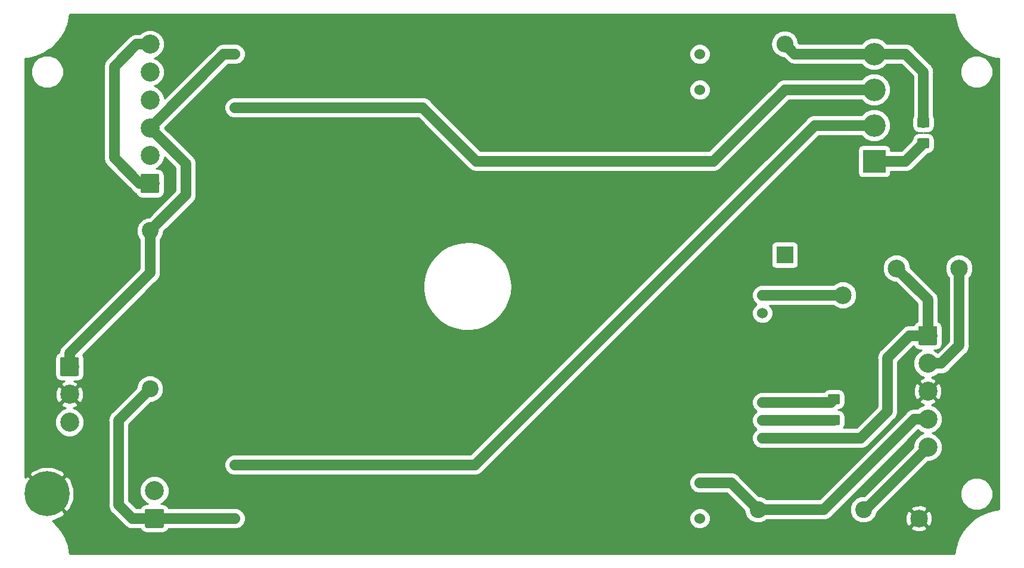
<source format=gbr>
G04 #@! TF.GenerationSoftware,KiCad,Pcbnew,(5.0.2)-1*
G04 #@! TF.CreationDate,2019-05-12T21:22:09-05:00*
G04 #@! TF.ProjectId,C64-Power-Supply,4336342d-506f-4776-9572-2d537570706c,0.1*
G04 #@! TF.SameCoordinates,Original*
G04 #@! TF.FileFunction,Copper,L1,Top*
G04 #@! TF.FilePolarity,Positive*
%FSLAX46Y46*%
G04 Gerber Fmt 4.6, Leading zero omitted, Abs format (unit mm)*
G04 Created by KiCad (PCBNEW (5.0.2)-1) date 5/12/2019 9:22:09 PM*
%MOMM*%
%LPD*%
G01*
G04 APERTURE LIST*
G04 #@! TA.AperFunction,Conductor*
%ADD10C,0.100000*%
G04 #@! TD*
G04 #@! TA.AperFunction,ComponentPad*
%ADD11C,2.700000*%
G04 #@! TD*
G04 #@! TA.AperFunction,ComponentPad*
%ADD12C,2.400000*%
G04 #@! TD*
G04 #@! TA.AperFunction,ComponentPad*
%ADD13R,2.400000X2.400000*%
G04 #@! TD*
G04 #@! TA.AperFunction,ComponentPad*
%ADD14O,2.400000X2.400000*%
G04 #@! TD*
G04 #@! TA.AperFunction,ComponentPad*
%ADD15C,3.200000*%
G04 #@! TD*
G04 #@! TA.AperFunction,ComponentPad*
%ADD16R,3.200000X3.200000*%
G04 #@! TD*
G04 #@! TA.AperFunction,SMDPad,CuDef*
%ADD17C,1.425000*%
G04 #@! TD*
G04 #@! TA.AperFunction,ComponentPad*
%ADD18C,6.400000*%
G04 #@! TD*
G04 #@! TA.AperFunction,BGAPad,CuDef*
%ADD19C,2.500000*%
G04 #@! TD*
G04 #@! TA.AperFunction,ComponentPad*
%ADD20C,1.524000*%
G04 #@! TD*
G04 #@! TA.AperFunction,ViaPad*
%ADD21C,0.800000*%
G04 #@! TD*
G04 #@! TA.AperFunction,Conductor*
%ADD22C,1.500000*%
G04 #@! TD*
G04 #@! TA.AperFunction,Conductor*
%ADD23C,0.254000*%
G04 #@! TD*
G04 APERTURE END LIST*
D10*
G04 #@! TO.N,Net-(C1-Pad2)*
G04 #@! TO.C,J1*
G36*
X84309503Y-98981204D02*
X84333772Y-98984804D01*
X84357570Y-98990765D01*
X84380670Y-98999030D01*
X84402849Y-99009520D01*
X84423892Y-99022133D01*
X84443598Y-99036748D01*
X84461776Y-99053224D01*
X84478252Y-99071402D01*
X84492867Y-99091108D01*
X84505480Y-99112151D01*
X84515970Y-99134330D01*
X84524235Y-99157430D01*
X84530196Y-99181228D01*
X84533796Y-99205497D01*
X84535000Y-99230001D01*
X84535000Y-101429999D01*
X84533796Y-101454503D01*
X84530196Y-101478772D01*
X84524235Y-101502570D01*
X84515970Y-101525670D01*
X84505480Y-101547849D01*
X84492867Y-101568892D01*
X84478252Y-101588598D01*
X84461776Y-101606776D01*
X84443598Y-101623252D01*
X84423892Y-101637867D01*
X84402849Y-101650480D01*
X84380670Y-101660970D01*
X84357570Y-101669235D01*
X84333772Y-101675196D01*
X84309503Y-101678796D01*
X84284999Y-101680000D01*
X82085001Y-101680000D01*
X82060497Y-101678796D01*
X82036228Y-101675196D01*
X82012430Y-101669235D01*
X81989330Y-101660970D01*
X81967151Y-101650480D01*
X81946108Y-101637867D01*
X81926402Y-101623252D01*
X81908224Y-101606776D01*
X81891748Y-101588598D01*
X81877133Y-101568892D01*
X81864520Y-101547849D01*
X81854030Y-101525670D01*
X81845765Y-101502570D01*
X81839804Y-101478772D01*
X81836204Y-101454503D01*
X81835000Y-101429999D01*
X81835000Y-99230001D01*
X81836204Y-99205497D01*
X81839804Y-99181228D01*
X81845765Y-99157430D01*
X81854030Y-99134330D01*
X81864520Y-99112151D01*
X81877133Y-99091108D01*
X81891748Y-99071402D01*
X81908224Y-99053224D01*
X81926402Y-99036748D01*
X81946108Y-99022133D01*
X81967151Y-99009520D01*
X81989330Y-98999030D01*
X82012430Y-98990765D01*
X82036228Y-98984804D01*
X82060497Y-98981204D01*
X82085001Y-98980000D01*
X84284999Y-98980000D01*
X84309503Y-98981204D01*
X84309503Y-98981204D01*
G37*
D11*
G04 #@! TD*
G04 #@! TO.P,J1,1*
G04 #@! TO.N,Net-(C1-Pad2)*
X83185000Y-100330000D03*
G04 #@! TO.P,J1,2*
G04 #@! TO.N,Earth*
X83185000Y-104290000D03*
G04 #@! TO.P,J1,3*
G04 #@! TO.N,Net-(F1-Pad2)*
X83185000Y-108250000D03*
G04 #@! TD*
D12*
G04 #@! TO.P,C1,1*
G04 #@! TO.N,Net-(C1-Pad1)*
X94615000Y-103505000D03*
G04 #@! TO.P,C1,2*
G04 #@! TO.N,Net-(C1-Pad2)*
X94615000Y-81005000D03*
G04 #@! TD*
D13*
G04 #@! TO.P,C2,1*
G04 #@! TO.N,Net-(C2-Pad1)*
X184785000Y-84455000D03*
D14*
G04 #@! TO.P,C2,2*
G04 #@! TO.N,Net-(C2-Pad2)*
X184785000Y-54455000D03*
G04 #@! TD*
D15*
G04 #@! TO.P,D1,4*
G04 #@! TO.N,Net-(C2-Pad2)*
X197485000Y-55880000D03*
G04 #@! TO.P,D1,3*
G04 #@! TO.N,Net-(D1-Pad3)*
X197485000Y-60960000D03*
G04 #@! TO.P,D1,2*
G04 #@! TO.N,Net-(D1-Pad2)*
X197485000Y-66040000D03*
D16*
G04 #@! TO.P,D1,1*
G04 #@! TO.N,Net-(C2-Pad1)*
X197485000Y-71120000D03*
G04 #@! TD*
D10*
G04 #@! TO.N,Net-(C1-Pad1)*
G04 #@! TO.C,F1*
G36*
X96374503Y-120571204D02*
X96398772Y-120574804D01*
X96422570Y-120580765D01*
X96445670Y-120589030D01*
X96467849Y-120599520D01*
X96488892Y-120612133D01*
X96508598Y-120626748D01*
X96526776Y-120643224D01*
X96543252Y-120661402D01*
X96557867Y-120681108D01*
X96570480Y-120702151D01*
X96580970Y-120724330D01*
X96589235Y-120747430D01*
X96595196Y-120771228D01*
X96598796Y-120795497D01*
X96600000Y-120820001D01*
X96600000Y-123019999D01*
X96598796Y-123044503D01*
X96595196Y-123068772D01*
X96589235Y-123092570D01*
X96580970Y-123115670D01*
X96570480Y-123137849D01*
X96557867Y-123158892D01*
X96543252Y-123178598D01*
X96526776Y-123196776D01*
X96508598Y-123213252D01*
X96488892Y-123227867D01*
X96467849Y-123240480D01*
X96445670Y-123250970D01*
X96422570Y-123259235D01*
X96398772Y-123265196D01*
X96374503Y-123268796D01*
X96349999Y-123270000D01*
X94150001Y-123270000D01*
X94125497Y-123268796D01*
X94101228Y-123265196D01*
X94077430Y-123259235D01*
X94054330Y-123250970D01*
X94032151Y-123240480D01*
X94011108Y-123227867D01*
X93991402Y-123213252D01*
X93973224Y-123196776D01*
X93956748Y-123178598D01*
X93942133Y-123158892D01*
X93929520Y-123137849D01*
X93919030Y-123115670D01*
X93910765Y-123092570D01*
X93904804Y-123068772D01*
X93901204Y-123044503D01*
X93900000Y-123019999D01*
X93900000Y-120820001D01*
X93901204Y-120795497D01*
X93904804Y-120771228D01*
X93910765Y-120747430D01*
X93919030Y-120724330D01*
X93929520Y-120702151D01*
X93942133Y-120681108D01*
X93956748Y-120661402D01*
X93973224Y-120643224D01*
X93991402Y-120626748D01*
X94011108Y-120612133D01*
X94032151Y-120599520D01*
X94054330Y-120589030D01*
X94077430Y-120580765D01*
X94101228Y-120574804D01*
X94125497Y-120571204D01*
X94150001Y-120570000D01*
X96349999Y-120570000D01*
X96374503Y-120571204D01*
X96374503Y-120571204D01*
G37*
D11*
G04 #@! TD*
G04 #@! TO.P,F1,1*
G04 #@! TO.N,Net-(C1-Pad1)*
X95250000Y-121920000D03*
G04 #@! TO.P,F1,2*
G04 #@! TO.N,Net-(F1-Pad2)*
X95250000Y-117960000D03*
G04 #@! TD*
D10*
G04 #@! TO.N,Net-(J2-Pad1)*
G04 #@! TO.C,J2*
G36*
X95739503Y-72946204D02*
X95763772Y-72949804D01*
X95787570Y-72955765D01*
X95810670Y-72964030D01*
X95832849Y-72974520D01*
X95853892Y-72987133D01*
X95873598Y-73001748D01*
X95891776Y-73018224D01*
X95908252Y-73036402D01*
X95922867Y-73056108D01*
X95935480Y-73077151D01*
X95945970Y-73099330D01*
X95954235Y-73122430D01*
X95960196Y-73146228D01*
X95963796Y-73170497D01*
X95965000Y-73195001D01*
X95965000Y-75394999D01*
X95963796Y-75419503D01*
X95960196Y-75443772D01*
X95954235Y-75467570D01*
X95945970Y-75490670D01*
X95935480Y-75512849D01*
X95922867Y-75533892D01*
X95908252Y-75553598D01*
X95891776Y-75571776D01*
X95873598Y-75588252D01*
X95853892Y-75602867D01*
X95832849Y-75615480D01*
X95810670Y-75625970D01*
X95787570Y-75634235D01*
X95763772Y-75640196D01*
X95739503Y-75643796D01*
X95714999Y-75645000D01*
X93515001Y-75645000D01*
X93490497Y-75643796D01*
X93466228Y-75640196D01*
X93442430Y-75634235D01*
X93419330Y-75625970D01*
X93397151Y-75615480D01*
X93376108Y-75602867D01*
X93356402Y-75588252D01*
X93338224Y-75571776D01*
X93321748Y-75553598D01*
X93307133Y-75533892D01*
X93294520Y-75512849D01*
X93284030Y-75490670D01*
X93275765Y-75467570D01*
X93269804Y-75443772D01*
X93266204Y-75419503D01*
X93265000Y-75394999D01*
X93265000Y-73195001D01*
X93266204Y-73170497D01*
X93269804Y-73146228D01*
X93275765Y-73122430D01*
X93284030Y-73099330D01*
X93294520Y-73077151D01*
X93307133Y-73056108D01*
X93321748Y-73036402D01*
X93338224Y-73018224D01*
X93356402Y-73001748D01*
X93376108Y-72987133D01*
X93397151Y-72974520D01*
X93419330Y-72964030D01*
X93442430Y-72955765D01*
X93466228Y-72949804D01*
X93490497Y-72946204D01*
X93515001Y-72945000D01*
X95714999Y-72945000D01*
X95739503Y-72946204D01*
X95739503Y-72946204D01*
G37*
D11*
G04 #@! TD*
G04 #@! TO.P,J2,1*
G04 #@! TO.N,Net-(J2-Pad1)*
X94615000Y-74295000D03*
G04 #@! TO.P,J2,2*
G04 #@! TO.N,Net-(J2-Pad2)*
X94615000Y-70335000D03*
G04 #@! TO.P,J2,3*
G04 #@! TO.N,Net-(C1-Pad2)*
X94615000Y-66375000D03*
G04 #@! TO.P,J2,4*
G04 #@! TO.N,Net-(C1-Pad1)*
X94615000Y-62415000D03*
G04 #@! TO.P,J2,5*
G04 #@! TO.N,Net-(J2-Pad5)*
X94615000Y-58455000D03*
G04 #@! TO.P,J2,6*
G04 #@! TO.N,Net-(J2-Pad1)*
X94615000Y-54495000D03*
G04 #@! TD*
D10*
G04 #@! TO.N,Net-(C2-Pad1)*
G04 #@! TO.C,R1*
G36*
X205119504Y-67868704D02*
X205143773Y-67872304D01*
X205167571Y-67878265D01*
X205190671Y-67886530D01*
X205212849Y-67897020D01*
X205233893Y-67909633D01*
X205253598Y-67924247D01*
X205271777Y-67940723D01*
X205288253Y-67958902D01*
X205302867Y-67978607D01*
X205315480Y-67999651D01*
X205325970Y-68021829D01*
X205334235Y-68044929D01*
X205340196Y-68068727D01*
X205343796Y-68092996D01*
X205345000Y-68117500D01*
X205345000Y-69042500D01*
X205343796Y-69067004D01*
X205340196Y-69091273D01*
X205334235Y-69115071D01*
X205325970Y-69138171D01*
X205315480Y-69160349D01*
X205302867Y-69181393D01*
X205288253Y-69201098D01*
X205271777Y-69219277D01*
X205253598Y-69235753D01*
X205233893Y-69250367D01*
X205212849Y-69262980D01*
X205190671Y-69273470D01*
X205167571Y-69281735D01*
X205143773Y-69287696D01*
X205119504Y-69291296D01*
X205095000Y-69292500D01*
X203845000Y-69292500D01*
X203820496Y-69291296D01*
X203796227Y-69287696D01*
X203772429Y-69281735D01*
X203749329Y-69273470D01*
X203727151Y-69262980D01*
X203706107Y-69250367D01*
X203686402Y-69235753D01*
X203668223Y-69219277D01*
X203651747Y-69201098D01*
X203637133Y-69181393D01*
X203624520Y-69160349D01*
X203614030Y-69138171D01*
X203605765Y-69115071D01*
X203599804Y-69091273D01*
X203596204Y-69067004D01*
X203595000Y-69042500D01*
X203595000Y-68117500D01*
X203596204Y-68092996D01*
X203599804Y-68068727D01*
X203605765Y-68044929D01*
X203614030Y-68021829D01*
X203624520Y-67999651D01*
X203637133Y-67978607D01*
X203651747Y-67958902D01*
X203668223Y-67940723D01*
X203686402Y-67924247D01*
X203706107Y-67909633D01*
X203727151Y-67897020D01*
X203749329Y-67886530D01*
X203772429Y-67878265D01*
X203796227Y-67872304D01*
X203820496Y-67868704D01*
X203845000Y-67867500D01*
X205095000Y-67867500D01*
X205119504Y-67868704D01*
X205119504Y-67868704D01*
G37*
D17*
G04 #@! TD*
G04 #@! TO.P,R1,1*
G04 #@! TO.N,Net-(C2-Pad1)*
X204470000Y-68580000D03*
D10*
G04 #@! TO.N,Net-(C2-Pad2)*
G04 #@! TO.C,R1*
G36*
X205119504Y-64893704D02*
X205143773Y-64897304D01*
X205167571Y-64903265D01*
X205190671Y-64911530D01*
X205212849Y-64922020D01*
X205233893Y-64934633D01*
X205253598Y-64949247D01*
X205271777Y-64965723D01*
X205288253Y-64983902D01*
X205302867Y-65003607D01*
X205315480Y-65024651D01*
X205325970Y-65046829D01*
X205334235Y-65069929D01*
X205340196Y-65093727D01*
X205343796Y-65117996D01*
X205345000Y-65142500D01*
X205345000Y-66067500D01*
X205343796Y-66092004D01*
X205340196Y-66116273D01*
X205334235Y-66140071D01*
X205325970Y-66163171D01*
X205315480Y-66185349D01*
X205302867Y-66206393D01*
X205288253Y-66226098D01*
X205271777Y-66244277D01*
X205253598Y-66260753D01*
X205233893Y-66275367D01*
X205212849Y-66287980D01*
X205190671Y-66298470D01*
X205167571Y-66306735D01*
X205143773Y-66312696D01*
X205119504Y-66316296D01*
X205095000Y-66317500D01*
X203845000Y-66317500D01*
X203820496Y-66316296D01*
X203796227Y-66312696D01*
X203772429Y-66306735D01*
X203749329Y-66298470D01*
X203727151Y-66287980D01*
X203706107Y-66275367D01*
X203686402Y-66260753D01*
X203668223Y-66244277D01*
X203651747Y-66226098D01*
X203637133Y-66206393D01*
X203624520Y-66185349D01*
X203614030Y-66163171D01*
X203605765Y-66140071D01*
X203599804Y-66116273D01*
X203596204Y-66092004D01*
X203595000Y-66067500D01*
X203595000Y-65142500D01*
X203596204Y-65117996D01*
X203599804Y-65093727D01*
X203605765Y-65069929D01*
X203614030Y-65046829D01*
X203624520Y-65024651D01*
X203637133Y-65003607D01*
X203651747Y-64983902D01*
X203668223Y-64965723D01*
X203686402Y-64949247D01*
X203706107Y-64934633D01*
X203727151Y-64922020D01*
X203749329Y-64911530D01*
X203772429Y-64903265D01*
X203796227Y-64897304D01*
X203820496Y-64893704D01*
X203845000Y-64892500D01*
X205095000Y-64892500D01*
X205119504Y-64893704D01*
X205119504Y-64893704D01*
G37*
D17*
G04 #@! TD*
G04 #@! TO.P,R1,2*
G04 #@! TO.N,Net-(C2-Pad2)*
X204470000Y-65605000D03*
D18*
G04 #@! TO.P,H4,1*
G04 #@! TO.N,Earth*
X80010000Y-118420000D03*
G04 #@! TD*
D19*
G04 #@! TO.P,TP1,1*
G04 #@! TO.N,Net-(TP1-Pad1)*
X193040000Y-90170000D03*
G04 #@! TD*
G04 #@! TO.P,TP2,1*
G04 #@! TO.N,Net-(J3-Pad1)*
X200660000Y-86360000D03*
G04 #@! TD*
G04 #@! TO.P,TP3,1*
G04 #@! TO.N,Net-(C2-Pad2)*
X209550000Y-86360000D03*
G04 #@! TD*
D10*
G04 #@! TO.N,Net-(J3-Pad1)*
G04 #@! TO.C,J3*
G36*
X206229503Y-94571204D02*
X206253772Y-94574804D01*
X206277570Y-94580765D01*
X206300670Y-94589030D01*
X206322849Y-94599520D01*
X206343892Y-94612133D01*
X206363598Y-94626748D01*
X206381776Y-94643224D01*
X206398252Y-94661402D01*
X206412867Y-94681108D01*
X206425480Y-94702151D01*
X206435970Y-94724330D01*
X206444235Y-94747430D01*
X206450196Y-94771228D01*
X206453796Y-94795497D01*
X206455000Y-94820001D01*
X206455000Y-97019999D01*
X206453796Y-97044503D01*
X206450196Y-97068772D01*
X206444235Y-97092570D01*
X206435970Y-97115670D01*
X206425480Y-97137849D01*
X206412867Y-97158892D01*
X206398252Y-97178598D01*
X206381776Y-97196776D01*
X206363598Y-97213252D01*
X206343892Y-97227867D01*
X206322849Y-97240480D01*
X206300670Y-97250970D01*
X206277570Y-97259235D01*
X206253772Y-97265196D01*
X206229503Y-97268796D01*
X206204999Y-97270000D01*
X204005001Y-97270000D01*
X203980497Y-97268796D01*
X203956228Y-97265196D01*
X203932430Y-97259235D01*
X203909330Y-97250970D01*
X203887151Y-97240480D01*
X203866108Y-97227867D01*
X203846402Y-97213252D01*
X203828224Y-97196776D01*
X203811748Y-97178598D01*
X203797133Y-97158892D01*
X203784520Y-97137849D01*
X203774030Y-97115670D01*
X203765765Y-97092570D01*
X203759804Y-97068772D01*
X203756204Y-97044503D01*
X203755000Y-97019999D01*
X203755000Y-94820001D01*
X203756204Y-94795497D01*
X203759804Y-94771228D01*
X203765765Y-94747430D01*
X203774030Y-94724330D01*
X203784520Y-94702151D01*
X203797133Y-94681108D01*
X203811748Y-94661402D01*
X203828224Y-94643224D01*
X203846402Y-94626748D01*
X203866108Y-94612133D01*
X203887151Y-94599520D01*
X203909330Y-94589030D01*
X203932430Y-94580765D01*
X203956228Y-94574804D01*
X203980497Y-94571204D01*
X204005001Y-94570000D01*
X206204999Y-94570000D01*
X206229503Y-94571204D01*
X206229503Y-94571204D01*
G37*
D11*
G04 #@! TD*
G04 #@! TO.P,J3,1*
G04 #@! TO.N,Net-(J3-Pad1)*
X205105000Y-95920000D03*
G04 #@! TO.P,J3,2*
G04 #@! TO.N,Net-(C2-Pad2)*
X205105000Y-99880000D03*
G04 #@! TO.P,J3,3*
G04 #@! TO.N,Earth*
X205105000Y-103840000D03*
G04 #@! TO.P,J3,4*
G04 #@! TO.N,Net-(C3-Pad1)*
X205105000Y-107800000D03*
G04 #@! TO.P,J3,5*
G04 #@! TO.N,Net-(C3-Pad2)*
X205105000Y-111760000D03*
G04 #@! TD*
D10*
G04 #@! TO.N,Net-(R2-Pad1)*
G04 #@! TO.C,R2*
G36*
X192419504Y-107238704D02*
X192443773Y-107242304D01*
X192467571Y-107248265D01*
X192490671Y-107256530D01*
X192512849Y-107267020D01*
X192533893Y-107279633D01*
X192553598Y-107294247D01*
X192571777Y-107310723D01*
X192588253Y-107328902D01*
X192602867Y-107348607D01*
X192615480Y-107369651D01*
X192625970Y-107391829D01*
X192634235Y-107414929D01*
X192640196Y-107438727D01*
X192643796Y-107462996D01*
X192645000Y-107487500D01*
X192645000Y-108412500D01*
X192643796Y-108437004D01*
X192640196Y-108461273D01*
X192634235Y-108485071D01*
X192625970Y-108508171D01*
X192615480Y-108530349D01*
X192602867Y-108551393D01*
X192588253Y-108571098D01*
X192571777Y-108589277D01*
X192553598Y-108605753D01*
X192533893Y-108620367D01*
X192512849Y-108632980D01*
X192490671Y-108643470D01*
X192467571Y-108651735D01*
X192443773Y-108657696D01*
X192419504Y-108661296D01*
X192395000Y-108662500D01*
X191145000Y-108662500D01*
X191120496Y-108661296D01*
X191096227Y-108657696D01*
X191072429Y-108651735D01*
X191049329Y-108643470D01*
X191027151Y-108632980D01*
X191006107Y-108620367D01*
X190986402Y-108605753D01*
X190968223Y-108589277D01*
X190951747Y-108571098D01*
X190937133Y-108551393D01*
X190924520Y-108530349D01*
X190914030Y-108508171D01*
X190905765Y-108485071D01*
X190899804Y-108461273D01*
X190896204Y-108437004D01*
X190895000Y-108412500D01*
X190895000Y-107487500D01*
X190896204Y-107462996D01*
X190899804Y-107438727D01*
X190905765Y-107414929D01*
X190914030Y-107391829D01*
X190924520Y-107369651D01*
X190937133Y-107348607D01*
X190951747Y-107328902D01*
X190968223Y-107310723D01*
X190986402Y-107294247D01*
X191006107Y-107279633D01*
X191027151Y-107267020D01*
X191049329Y-107256530D01*
X191072429Y-107248265D01*
X191096227Y-107242304D01*
X191120496Y-107238704D01*
X191145000Y-107237500D01*
X192395000Y-107237500D01*
X192419504Y-107238704D01*
X192419504Y-107238704D01*
G37*
D17*
G04 #@! TD*
G04 #@! TO.P,R2,1*
G04 #@! TO.N,Net-(R2-Pad1)*
X191770000Y-107950000D03*
D10*
G04 #@! TO.N,Net-(C2-Pad2)*
G04 #@! TO.C,R2*
G36*
X192419504Y-104263704D02*
X192443773Y-104267304D01*
X192467571Y-104273265D01*
X192490671Y-104281530D01*
X192512849Y-104292020D01*
X192533893Y-104304633D01*
X192553598Y-104319247D01*
X192571777Y-104335723D01*
X192588253Y-104353902D01*
X192602867Y-104373607D01*
X192615480Y-104394651D01*
X192625970Y-104416829D01*
X192634235Y-104439929D01*
X192640196Y-104463727D01*
X192643796Y-104487996D01*
X192645000Y-104512500D01*
X192645000Y-105437500D01*
X192643796Y-105462004D01*
X192640196Y-105486273D01*
X192634235Y-105510071D01*
X192625970Y-105533171D01*
X192615480Y-105555349D01*
X192602867Y-105576393D01*
X192588253Y-105596098D01*
X192571777Y-105614277D01*
X192553598Y-105630753D01*
X192533893Y-105645367D01*
X192512849Y-105657980D01*
X192490671Y-105668470D01*
X192467571Y-105676735D01*
X192443773Y-105682696D01*
X192419504Y-105686296D01*
X192395000Y-105687500D01*
X191145000Y-105687500D01*
X191120496Y-105686296D01*
X191096227Y-105682696D01*
X191072429Y-105676735D01*
X191049329Y-105668470D01*
X191027151Y-105657980D01*
X191006107Y-105645367D01*
X190986402Y-105630753D01*
X190968223Y-105614277D01*
X190951747Y-105596098D01*
X190937133Y-105576393D01*
X190924520Y-105555349D01*
X190914030Y-105533171D01*
X190905765Y-105510071D01*
X190899804Y-105486273D01*
X190896204Y-105462004D01*
X190895000Y-105437500D01*
X190895000Y-104512500D01*
X190896204Y-104487996D01*
X190899804Y-104463727D01*
X190905765Y-104439929D01*
X190914030Y-104416829D01*
X190924520Y-104394651D01*
X190937133Y-104373607D01*
X190951747Y-104353902D01*
X190968223Y-104335723D01*
X190986402Y-104319247D01*
X191006107Y-104304633D01*
X191027151Y-104292020D01*
X191049329Y-104281530D01*
X191072429Y-104273265D01*
X191096227Y-104267304D01*
X191120496Y-104263704D01*
X191145000Y-104262500D01*
X192395000Y-104262500D01*
X192419504Y-104263704D01*
X192419504Y-104263704D01*
G37*
D17*
G04 #@! TD*
G04 #@! TO.P,R2,2*
G04 #@! TO.N,Net-(C2-Pad2)*
X191770000Y-104975000D03*
D19*
G04 #@! TO.P,TP4,1*
G04 #@! TO.N,Earth*
X203835000Y-121920000D03*
G04 #@! TD*
D12*
G04 #@! TO.P,C3,1*
G04 #@! TO.N,Net-(C3-Pad1)*
X180975000Y-120650000D03*
G04 #@! TO.P,C3,2*
G04 #@! TO.N,Net-(C3-Pad2)*
X195975000Y-120650000D03*
G04 #@! TD*
D20*
G04 #@! TO.P,U1,1*
G04 #@! TO.N,Net-(J3-Pad1)*
X181610000Y-110490000D03*
G04 #@! TO.P,U1,2*
G04 #@! TO.N,Net-(R2-Pad1)*
X181610000Y-107950000D03*
G04 #@! TO.P,U1,3*
G04 #@! TO.N,Net-(C2-Pad2)*
X181610000Y-105410000D03*
G04 #@! TO.P,U1,4*
G04 #@! TO.N,Net-(C2-Pad1)*
X181610000Y-92710000D03*
G04 #@! TO.P,U1,5*
G04 #@! TO.N,Net-(TP1-Pad1)*
X181610000Y-90170000D03*
G04 #@! TD*
G04 #@! TO.P,T1,1*
G04 #@! TO.N,Net-(C1-Pad1)*
X106680000Y-121920000D03*
G04 #@! TO.P,T1,2*
G04 #@! TO.N,Net-(J2-Pad2)*
X172720000Y-121920000D03*
G04 #@! TO.P,T1,3*
G04 #@! TO.N,Net-(J2-Pad5)*
X172720000Y-55880000D03*
G04 #@! TO.P,T1,4*
G04 #@! TO.N,Net-(C1-Pad2)*
X106680000Y-55880000D03*
G04 #@! TO.P,T1,5*
G04 #@! TO.N,Net-(D1-Pad2)*
X106680000Y-114300000D03*
G04 #@! TO.P,T1,6*
G04 #@! TO.N,Net-(D1-Pad3)*
X106680000Y-63500000D03*
G04 #@! TO.P,T1,7*
G04 #@! TO.N,Net-(C3-Pad1)*
X172720000Y-116840000D03*
G04 #@! TO.P,T1,8*
G04 #@! TO.N,Net-(C3-Pad2)*
X172720000Y-60960000D03*
G04 #@! TD*
D21*
G04 #@! TO.N,Earth*
X123190000Y-99060000D03*
X129540000Y-93980000D03*
X89535000Y-100330000D03*
X168910000Y-92710000D03*
X177800000Y-92710000D03*
G04 #@! TD*
D22*
G04 #@! TO.N,Net-(C1-Pad1)*
X106680000Y-121920000D02*
X95250000Y-121920000D01*
X95250000Y-121920000D02*
X92075000Y-121920000D01*
X92075000Y-121920000D02*
X90170000Y-120015000D01*
X90170000Y-107950000D02*
X94615000Y-103505000D01*
X90170000Y-120015000D02*
X90170000Y-107950000D01*
G04 #@! TO.N,Net-(C1-Pad2)*
X94615000Y-81005000D02*
X99695000Y-75925000D01*
X99695000Y-75925000D02*
X99695000Y-71455000D01*
X99695000Y-71455000D02*
X94615000Y-66375000D01*
X105110000Y-55880000D02*
X106680000Y-55880000D01*
X94615000Y-66375000D02*
X105110000Y-55880000D01*
X83185000Y-98425000D02*
X94615000Y-86995000D01*
X83185000Y-100330000D02*
X83185000Y-98425000D01*
X94615000Y-81005000D02*
X94615000Y-86995000D01*
G04 #@! TO.N,Net-(C2-Pad1)*
X201930000Y-71120000D02*
X204470000Y-68580000D01*
X197485000Y-71120000D02*
X201930000Y-71120000D01*
G04 #@! TO.N,Net-(C2-Pad2)*
X197485000Y-55880000D02*
X201930000Y-55880000D01*
X204470000Y-58420000D02*
X204470000Y-65605000D01*
X201930000Y-55880000D02*
X204470000Y-58420000D01*
X191335000Y-105410000D02*
X191770000Y-104975000D01*
X181610000Y-105410000D02*
X191335000Y-105410000D01*
X209550000Y-88127766D02*
X209550000Y-86360000D01*
X209550000Y-97344188D02*
X209550000Y-88127766D01*
X207014188Y-99880000D02*
X209550000Y-97344188D01*
X205105000Y-99880000D02*
X207014188Y-99880000D01*
X186210000Y-55880000D02*
X184785000Y-54455000D01*
X197485000Y-55880000D02*
X186210000Y-55880000D01*
G04 #@! TO.N,Net-(C3-Pad2)*
X196215000Y-120650000D02*
X205105000Y-111760000D01*
X195975000Y-120650000D02*
X196215000Y-120650000D01*
G04 #@! TO.N,Net-(C3-Pad1)*
X203195812Y-107800000D02*
X205105000Y-107800000D01*
X180975000Y-120650000D02*
X190345812Y-120650000D01*
X190345812Y-120650000D02*
X203195812Y-107800000D01*
X177165000Y-116840000D02*
X180975000Y-120650000D01*
X172720000Y-116840000D02*
X177165000Y-116840000D01*
G04 #@! TO.N,Net-(D1-Pad3)*
X106680000Y-63500000D02*
X133350000Y-63500000D01*
X133350000Y-63500000D02*
X140970000Y-71120000D01*
X184785000Y-60960000D02*
X174625000Y-71120000D01*
X197485000Y-60960000D02*
X184785000Y-60960000D01*
X140970000Y-71120000D02*
X174625000Y-71120000D01*
G04 #@! TO.N,Net-(D1-Pad2)*
X197485000Y-66040000D02*
X189024864Y-66040000D01*
X189024864Y-66040000D02*
X140764864Y-114300000D01*
X107757630Y-114300000D02*
X106680000Y-114300000D01*
X140764864Y-114300000D02*
X107757630Y-114300000D01*
G04 #@! TO.N,Net-(J2-Pad1)*
X93165000Y-74295000D02*
X89535000Y-70665000D01*
X94615000Y-74295000D02*
X93165000Y-74295000D01*
X92705812Y-54495000D02*
X89535000Y-57665812D01*
X94615000Y-54495000D02*
X92705812Y-54495000D01*
X89535000Y-57665812D02*
X89535000Y-70665000D01*
G04 #@! TO.N,Net-(J3-Pad1)*
X202530000Y-95920000D02*
X205105000Y-95920000D01*
X199390000Y-99060000D02*
X202530000Y-95920000D01*
X199390000Y-106680000D02*
X199390000Y-99060000D01*
X181610000Y-110490000D02*
X195580000Y-110490000D01*
X195580000Y-110490000D02*
X199390000Y-106680000D01*
X205105000Y-90805000D02*
X200660000Y-86360000D01*
X205105000Y-95920000D02*
X205105000Y-90805000D01*
G04 #@! TO.N,Net-(R2-Pad1)*
X181610000Y-107950000D02*
X191770000Y-107950000D01*
G04 #@! TO.N,Net-(TP1-Pad1)*
X181610000Y-90170000D02*
X193040000Y-90170000D01*
G04 #@! TD*
D23*
G04 #@! TO.N,Earth*
G36*
X208920368Y-50579065D02*
X208937796Y-50689105D01*
X209170408Y-51658002D01*
X209170408Y-51658005D01*
X209204837Y-51763964D01*
X209586155Y-52684545D01*
X209586155Y-52684546D01*
X209636734Y-52783814D01*
X210157368Y-53633410D01*
X210222853Y-53723544D01*
X210222860Y-53723551D01*
X210869979Y-54481230D01*
X210869984Y-54481237D01*
X210909374Y-54520626D01*
X210948763Y-54560016D01*
X210948770Y-54560021D01*
X211706449Y-55207140D01*
X211706456Y-55207147D01*
X211796590Y-55272633D01*
X212646186Y-55793266D01*
X212745455Y-55843846D01*
X212745462Y-55843848D01*
X213666027Y-56225159D01*
X213666037Y-56225164D01*
X213745472Y-56250974D01*
X213771995Y-56259592D01*
X213771998Y-56259592D01*
X214740894Y-56492204D01*
X214850934Y-56509632D01*
X214850935Y-56509632D01*
X215190001Y-56536317D01*
X215190000Y-120628683D01*
X214850935Y-120655368D01*
X214850934Y-120655368D01*
X214740894Y-120672796D01*
X213771998Y-120905408D01*
X213771995Y-120905408D01*
X213746010Y-120913851D01*
X213666037Y-120939836D01*
X213666027Y-120939841D01*
X212745462Y-121321152D01*
X212745455Y-121321154D01*
X212646186Y-121371734D01*
X211796590Y-121892367D01*
X211706456Y-121957853D01*
X211706449Y-121957860D01*
X210948770Y-122604979D01*
X210948763Y-122604984D01*
X210909374Y-122644374D01*
X210869984Y-122683763D01*
X210869979Y-122683770D01*
X210222860Y-123441449D01*
X210222853Y-123441456D01*
X210157368Y-123531590D01*
X209636734Y-124381186D01*
X209586155Y-124480454D01*
X209204837Y-125401036D01*
X209204836Y-125401038D01*
X209170408Y-125506996D01*
X208937796Y-126475894D01*
X208937796Y-126475895D01*
X208920368Y-126585935D01*
X208893683Y-126925000D01*
X83206317Y-126925000D01*
X83179632Y-126585935D01*
X83162204Y-126475895D01*
X83162204Y-126475894D01*
X82929592Y-125506996D01*
X82895164Y-125401037D01*
X82895159Y-125401027D01*
X82513848Y-124480462D01*
X82513846Y-124480455D01*
X82463266Y-124381186D01*
X81942633Y-123531590D01*
X81877147Y-123441456D01*
X81877140Y-123441449D01*
X81230021Y-122683770D01*
X81230016Y-122683763D01*
X81190626Y-122644374D01*
X81151237Y-122604984D01*
X81151230Y-122604979D01*
X80747213Y-122259916D01*
X82160246Y-121685819D01*
X82204360Y-121656343D01*
X82571305Y-121160910D01*
X80010000Y-118599605D01*
X79995858Y-118613748D01*
X79816253Y-118434143D01*
X79830395Y-118420000D01*
X80189605Y-118420000D01*
X82750910Y-120981305D01*
X83246343Y-120614360D01*
X83839736Y-119208829D01*
X83850087Y-117683207D01*
X83275819Y-116269754D01*
X83246343Y-116225640D01*
X82750910Y-115858695D01*
X80189605Y-118420000D01*
X79830395Y-118420000D01*
X77269090Y-115858695D01*
X76910000Y-116124657D01*
X76910000Y-115679090D01*
X77448695Y-115679090D01*
X80010000Y-118240395D01*
X82571305Y-115679090D01*
X82204360Y-115183657D01*
X80798829Y-114590264D01*
X79273207Y-114579913D01*
X77859754Y-115154181D01*
X77815640Y-115183657D01*
X77448695Y-115679090D01*
X76910000Y-115679090D01*
X76910000Y-107836859D01*
X81108000Y-107836859D01*
X81108000Y-108663141D01*
X81424204Y-109426526D01*
X82008474Y-110010796D01*
X82771859Y-110327000D01*
X83598141Y-110327000D01*
X84361526Y-110010796D01*
X84945796Y-109426526D01*
X85262000Y-108663141D01*
X85262000Y-107950000D01*
X88664064Y-107950000D01*
X88693001Y-108095475D01*
X88693000Y-119869530D01*
X88664064Y-120015000D01*
X88693000Y-120160470D01*
X88778697Y-120591296D01*
X89105142Y-121079858D01*
X89228469Y-121162262D01*
X90927739Y-122861533D01*
X91010142Y-122984858D01*
X91498703Y-123311303D01*
X91756972Y-123362676D01*
X92075000Y-123425936D01*
X92220470Y-123397000D01*
X93233748Y-123397000D01*
X93234212Y-123399331D01*
X93449086Y-123720914D01*
X93770669Y-123935788D01*
X94150001Y-124011242D01*
X96349999Y-124011242D01*
X96729331Y-123935788D01*
X97050914Y-123720914D01*
X97265788Y-123399331D01*
X97266252Y-123397000D01*
X106354849Y-123397000D01*
X106383820Y-123409000D01*
X106976180Y-123409000D01*
X107171154Y-123328239D01*
X107256297Y-123311303D01*
X107328478Y-123263074D01*
X107523451Y-123182313D01*
X107672675Y-123033089D01*
X107744858Y-122984858D01*
X107793089Y-122912675D01*
X107942313Y-122763451D01*
X108023074Y-122568478D01*
X108071303Y-122496297D01*
X108088239Y-122411154D01*
X108169000Y-122216180D01*
X108169000Y-122005143D01*
X108185936Y-121920000D01*
X108169000Y-121834857D01*
X108169000Y-121623820D01*
X171231000Y-121623820D01*
X171231000Y-122216180D01*
X171457687Y-122763451D01*
X171876549Y-123182313D01*
X172423820Y-123409000D01*
X173016180Y-123409000D01*
X173392024Y-123253320D01*
X202681285Y-123253320D01*
X202810533Y-123546123D01*
X203510806Y-123814388D01*
X204260435Y-123794250D01*
X204859467Y-123546123D01*
X204988715Y-123253320D01*
X203835000Y-122099605D01*
X202681285Y-123253320D01*
X173392024Y-123253320D01*
X173563451Y-123182313D01*
X173982313Y-122763451D01*
X174209000Y-122216180D01*
X174209000Y-121623820D01*
X173982313Y-121076549D01*
X173563451Y-120657687D01*
X173016180Y-120431000D01*
X172423820Y-120431000D01*
X171876549Y-120657687D01*
X171457687Y-121076549D01*
X171231000Y-121623820D01*
X108169000Y-121623820D01*
X108088239Y-121428846D01*
X108071303Y-121343703D01*
X108023074Y-121271522D01*
X107942313Y-121076549D01*
X107793089Y-120927325D01*
X107744858Y-120855142D01*
X107672675Y-120806911D01*
X107523451Y-120657687D01*
X107328478Y-120576926D01*
X107256297Y-120528697D01*
X107171154Y-120511761D01*
X106976180Y-120431000D01*
X106383820Y-120431000D01*
X106354849Y-120443000D01*
X97266252Y-120443000D01*
X97265788Y-120440669D01*
X97050914Y-120119086D01*
X96729331Y-119904212D01*
X96349999Y-119828758D01*
X96165882Y-119828758D01*
X96426526Y-119720796D01*
X97010796Y-119136526D01*
X97327000Y-118373141D01*
X97327000Y-117546859D01*
X97034210Y-116840000D01*
X171214064Y-116840000D01*
X171231000Y-116925143D01*
X171231000Y-117136180D01*
X171311761Y-117331154D01*
X171328697Y-117416297D01*
X171376926Y-117488478D01*
X171457687Y-117683451D01*
X171606911Y-117832675D01*
X171655142Y-117904858D01*
X171727325Y-117953089D01*
X171876549Y-118102313D01*
X172071522Y-118183074D01*
X172143703Y-118231303D01*
X172228846Y-118248239D01*
X172423820Y-118329000D01*
X173016180Y-118329000D01*
X173045151Y-118317000D01*
X176553207Y-118317000D01*
X179048000Y-120811793D01*
X179048000Y-121033304D01*
X179341368Y-121741558D01*
X179883442Y-122283632D01*
X180591696Y-122577000D01*
X181358304Y-122577000D01*
X182066558Y-122283632D01*
X182223190Y-122127000D01*
X190200342Y-122127000D01*
X190345812Y-122155936D01*
X190491282Y-122127000D01*
X190491283Y-122127000D01*
X190922109Y-122041303D01*
X191410670Y-121714858D01*
X191493075Y-121591530D01*
X203726142Y-109358464D01*
X203928474Y-109560796D01*
X204457680Y-109780000D01*
X203928474Y-109999204D01*
X203344204Y-110583474D01*
X203028000Y-111346859D01*
X203028000Y-111748207D01*
X196053207Y-118723000D01*
X195591696Y-118723000D01*
X194883442Y-119016368D01*
X194341368Y-119558442D01*
X194048000Y-120266696D01*
X194048000Y-121033304D01*
X194341368Y-121741558D01*
X194883442Y-122283632D01*
X195591696Y-122577000D01*
X196358304Y-122577000D01*
X197066558Y-122283632D01*
X197608632Y-121741558D01*
X197669004Y-121595806D01*
X201940612Y-121595806D01*
X201960750Y-122345435D01*
X202208877Y-122944467D01*
X202501680Y-123073715D01*
X203655395Y-121920000D01*
X204014605Y-121920000D01*
X205168320Y-123073715D01*
X205461123Y-122944467D01*
X205729388Y-122244194D01*
X205709250Y-121494565D01*
X205461123Y-120895533D01*
X205168320Y-120766285D01*
X204014605Y-121920000D01*
X203655395Y-121920000D01*
X202501680Y-120766285D01*
X202208877Y-120895533D01*
X201940612Y-121595806D01*
X197669004Y-121595806D01*
X197888926Y-121064867D01*
X198367113Y-120586680D01*
X202681285Y-120586680D01*
X203835000Y-121740395D01*
X204988715Y-120586680D01*
X204859467Y-120293877D01*
X204159194Y-120025612D01*
X203409565Y-120045750D01*
X202810533Y-120293877D01*
X202681285Y-120586680D01*
X198367113Y-120586680D01*
X200996662Y-117957131D01*
X209683000Y-117957131D01*
X209683000Y-118882869D01*
X210037264Y-119738140D01*
X210691860Y-120392736D01*
X211547131Y-120747000D01*
X212472869Y-120747000D01*
X213328140Y-120392736D01*
X213982736Y-119738140D01*
X214337000Y-118882869D01*
X214337000Y-117957131D01*
X213982736Y-117101860D01*
X213328140Y-116447264D01*
X212472869Y-116093000D01*
X211547131Y-116093000D01*
X210691860Y-116447264D01*
X210037264Y-117101860D01*
X209683000Y-117957131D01*
X200996662Y-117957131D01*
X205116793Y-113837000D01*
X205518141Y-113837000D01*
X206281526Y-113520796D01*
X206865796Y-112936526D01*
X207182000Y-112173141D01*
X207182000Y-111346859D01*
X206865796Y-110583474D01*
X206281526Y-109999204D01*
X205752320Y-109780000D01*
X206281526Y-109560796D01*
X206865796Y-108976526D01*
X207182000Y-108213141D01*
X207182000Y-107386859D01*
X206865796Y-106623474D01*
X206281526Y-106039204D01*
X205643531Y-105774938D01*
X206189522Y-105548782D01*
X206330988Y-105245593D01*
X205105000Y-104019605D01*
X203879012Y-105245593D01*
X204020478Y-105548782D01*
X204585072Y-105767233D01*
X203928474Y-106039204D01*
X203644678Y-106323000D01*
X203341282Y-106323000D01*
X203195811Y-106294064D01*
X202619515Y-106408697D01*
X202130954Y-106735142D01*
X202048551Y-106858467D01*
X189734019Y-119173000D01*
X182223190Y-119173000D01*
X182066558Y-119016368D01*
X181358304Y-118723000D01*
X181136793Y-118723000D01*
X178312263Y-115898470D01*
X178229858Y-115775142D01*
X177741297Y-115448697D01*
X177310471Y-115363000D01*
X177310470Y-115363000D01*
X177165000Y-115334064D01*
X177019530Y-115363000D01*
X173045151Y-115363000D01*
X173016180Y-115351000D01*
X172423820Y-115351000D01*
X172228846Y-115431761D01*
X172143703Y-115448697D01*
X172071522Y-115496926D01*
X171876549Y-115577687D01*
X171727325Y-115726911D01*
X171655142Y-115775142D01*
X171606911Y-115847325D01*
X171457687Y-115996549D01*
X171376926Y-116191522D01*
X171328697Y-116263703D01*
X171311761Y-116348846D01*
X171231000Y-116543820D01*
X171231000Y-116754857D01*
X171214064Y-116840000D01*
X97034210Y-116840000D01*
X97010796Y-116783474D01*
X96426526Y-116199204D01*
X95663141Y-115883000D01*
X94836859Y-115883000D01*
X94073474Y-116199204D01*
X93489204Y-116783474D01*
X93173000Y-117546859D01*
X93173000Y-118373141D01*
X93489204Y-119136526D01*
X94073474Y-119720796D01*
X94334118Y-119828758D01*
X94150001Y-119828758D01*
X93770669Y-119904212D01*
X93449086Y-120119086D01*
X93234212Y-120440669D01*
X93233748Y-120443000D01*
X92686794Y-120443000D01*
X91647000Y-119403207D01*
X91647000Y-114300000D01*
X105174064Y-114300000D01*
X105191000Y-114385143D01*
X105191000Y-114596180D01*
X105271761Y-114791154D01*
X105288697Y-114876297D01*
X105336926Y-114948478D01*
X105417687Y-115143451D01*
X105566911Y-115292675D01*
X105615142Y-115364858D01*
X105687325Y-115413089D01*
X105836549Y-115562313D01*
X106031522Y-115643074D01*
X106103703Y-115691303D01*
X106188846Y-115708239D01*
X106383820Y-115789000D01*
X106976180Y-115789000D01*
X107005151Y-115777000D01*
X140619394Y-115777000D01*
X140764864Y-115805936D01*
X140910334Y-115777000D01*
X140910335Y-115777000D01*
X141341161Y-115691303D01*
X141829722Y-115364858D01*
X141912127Y-115241530D01*
X151743657Y-105410000D01*
X180104064Y-105410000D01*
X180121000Y-105495143D01*
X180121000Y-105706180D01*
X180201761Y-105901154D01*
X180218697Y-105986297D01*
X180266926Y-106058478D01*
X180347687Y-106253451D01*
X180496911Y-106402675D01*
X180545142Y-106474858D01*
X180617325Y-106523089D01*
X180766549Y-106672313D01*
X180785107Y-106680000D01*
X180766549Y-106687687D01*
X180617325Y-106836911D01*
X180545142Y-106885142D01*
X180496911Y-106957325D01*
X180347687Y-107106549D01*
X180266926Y-107301522D01*
X180218697Y-107373703D01*
X180201761Y-107458846D01*
X180121000Y-107653820D01*
X180121000Y-107864857D01*
X180104064Y-107950000D01*
X180121000Y-108035143D01*
X180121000Y-108246180D01*
X180201761Y-108441154D01*
X180218697Y-108526297D01*
X180266926Y-108598478D01*
X180347687Y-108793451D01*
X180496911Y-108942675D01*
X180545142Y-109014858D01*
X180617325Y-109063089D01*
X180766549Y-109212313D01*
X180785107Y-109220000D01*
X180766549Y-109227687D01*
X180617325Y-109376911D01*
X180545142Y-109425142D01*
X180496911Y-109497325D01*
X180347687Y-109646549D01*
X180266926Y-109841522D01*
X180218697Y-109913703D01*
X180201761Y-109998846D01*
X180121000Y-110193820D01*
X180121000Y-110404857D01*
X180104064Y-110490000D01*
X180121000Y-110575143D01*
X180121000Y-110786180D01*
X180201761Y-110981154D01*
X180218697Y-111066297D01*
X180266926Y-111138478D01*
X180347687Y-111333451D01*
X180496911Y-111482675D01*
X180545142Y-111554858D01*
X180617325Y-111603089D01*
X180766549Y-111752313D01*
X180961522Y-111833074D01*
X181033703Y-111881303D01*
X181118846Y-111898239D01*
X181313820Y-111979000D01*
X181906180Y-111979000D01*
X181935151Y-111967000D01*
X195434530Y-111967000D01*
X195580000Y-111995936D01*
X195725470Y-111967000D01*
X195725471Y-111967000D01*
X196156297Y-111881303D01*
X196644858Y-111554858D01*
X196727263Y-111431530D01*
X200331531Y-107827262D01*
X200454858Y-107744858D01*
X200781303Y-107256297D01*
X200867000Y-106825471D01*
X200867000Y-106825470D01*
X200895936Y-106680000D01*
X200867000Y-106534530D01*
X200867000Y-103491955D01*
X203111263Y-103491955D01*
X203129836Y-104281418D01*
X203396218Y-104924522D01*
X203699407Y-105065988D01*
X204925395Y-103840000D01*
X205284605Y-103840000D01*
X206510593Y-105065988D01*
X206813782Y-104924522D01*
X207098737Y-104188045D01*
X207080164Y-103398582D01*
X206813782Y-102755478D01*
X206510593Y-102614012D01*
X205284605Y-103840000D01*
X204925395Y-103840000D01*
X203699407Y-102614012D01*
X203396218Y-102755478D01*
X203111263Y-103491955D01*
X200867000Y-103491955D01*
X200867000Y-99671793D01*
X203109339Y-97429454D01*
X203304086Y-97720914D01*
X203625669Y-97935788D01*
X204005001Y-98011242D01*
X204189118Y-98011242D01*
X203928474Y-98119204D01*
X203344204Y-98703474D01*
X203028000Y-99466859D01*
X203028000Y-100293141D01*
X203344204Y-101056526D01*
X203928474Y-101640796D01*
X204566469Y-101905062D01*
X204020478Y-102131218D01*
X203879012Y-102434407D01*
X205105000Y-103660395D01*
X206330988Y-102434407D01*
X206189522Y-102131218D01*
X205624928Y-101912767D01*
X206281526Y-101640796D01*
X206565322Y-101357000D01*
X206868718Y-101357000D01*
X207014188Y-101385936D01*
X207159658Y-101357000D01*
X207159659Y-101357000D01*
X207590485Y-101271303D01*
X208079046Y-100944858D01*
X208161451Y-100821530D01*
X210491531Y-98491450D01*
X210614858Y-98409046D01*
X210941303Y-97920485D01*
X211027000Y-97489659D01*
X211027000Y-97489658D01*
X211055936Y-97344188D01*
X211027000Y-97198718D01*
X211027000Y-87678901D01*
X211226020Y-87479881D01*
X211527000Y-86753250D01*
X211527000Y-85966750D01*
X211226020Y-85240119D01*
X210669881Y-84683980D01*
X209943250Y-84383000D01*
X209156750Y-84383000D01*
X208430119Y-84683980D01*
X207873980Y-85240119D01*
X207573000Y-85966750D01*
X207573000Y-86753250D01*
X207873980Y-87479881D01*
X208073000Y-87678901D01*
X208073000Y-88273236D01*
X208073001Y-88273241D01*
X208073000Y-96732395D01*
X206483859Y-98321537D01*
X206281526Y-98119204D01*
X206020882Y-98011242D01*
X206204999Y-98011242D01*
X206584331Y-97935788D01*
X206905914Y-97720914D01*
X207120788Y-97399331D01*
X207196242Y-97019999D01*
X207196242Y-94820001D01*
X207120788Y-94440669D01*
X206905914Y-94119086D01*
X206584331Y-93904212D01*
X206582000Y-93903748D01*
X206582000Y-90950470D01*
X206610936Y-90804999D01*
X206496303Y-90228703D01*
X206319779Y-89964516D01*
X206169858Y-89740142D01*
X206046533Y-89657739D01*
X202637000Y-86248207D01*
X202637000Y-85966750D01*
X202336020Y-85240119D01*
X201779881Y-84683980D01*
X201053250Y-84383000D01*
X200266750Y-84383000D01*
X199540119Y-84683980D01*
X198983980Y-85240119D01*
X198683000Y-85966750D01*
X198683000Y-86753250D01*
X198983980Y-87479881D01*
X199540119Y-88036020D01*
X200266750Y-88337000D01*
X200548207Y-88337000D01*
X203628001Y-91416795D01*
X203628000Y-93903748D01*
X203625669Y-93904212D01*
X203304086Y-94119086D01*
X203089212Y-94440669D01*
X203088748Y-94443000D01*
X202675470Y-94443000D01*
X202530000Y-94414064D01*
X202384530Y-94443000D01*
X202384529Y-94443000D01*
X201953703Y-94528697D01*
X201465142Y-94855142D01*
X201382737Y-94978470D01*
X198448468Y-97912739D01*
X198325143Y-97995142D01*
X198242740Y-98118467D01*
X197998697Y-98483704D01*
X197884064Y-99060000D01*
X197913001Y-99205475D01*
X197913000Y-106068207D01*
X194968207Y-109013000D01*
X193163008Y-109013000D01*
X193310788Y-108791832D01*
X193386242Y-108412500D01*
X193386242Y-107487500D01*
X193310788Y-107108168D01*
X193095914Y-106786586D01*
X192774332Y-106571712D01*
X192395000Y-106496258D01*
X192367831Y-106496258D01*
X192399858Y-106474858D01*
X192436139Y-106420559D01*
X192774332Y-106353288D01*
X193095914Y-106138414D01*
X193310788Y-105816832D01*
X193386242Y-105437500D01*
X193386242Y-104512500D01*
X193310788Y-104133168D01*
X193095914Y-103811586D01*
X192774332Y-103596712D01*
X192395000Y-103521258D01*
X192032396Y-103521258D01*
X191770000Y-103469064D01*
X191507604Y-103521258D01*
X191145000Y-103521258D01*
X190765668Y-103596712D01*
X190444086Y-103811586D01*
X190362960Y-103933000D01*
X181935151Y-103933000D01*
X181906180Y-103921000D01*
X181313820Y-103921000D01*
X181118846Y-104001761D01*
X181033703Y-104018697D01*
X180961522Y-104066926D01*
X180766549Y-104147687D01*
X180617325Y-104296911D01*
X180545142Y-104345142D01*
X180496911Y-104417325D01*
X180347687Y-104566549D01*
X180266926Y-104761522D01*
X180218697Y-104833703D01*
X180201761Y-104918846D01*
X180121000Y-105113820D01*
X180121000Y-105324857D01*
X180104064Y-105410000D01*
X151743657Y-105410000D01*
X166983657Y-90170000D01*
X180104064Y-90170000D01*
X180121000Y-90255143D01*
X180121000Y-90466180D01*
X180201761Y-90661154D01*
X180218697Y-90746297D01*
X180266926Y-90818478D01*
X180347687Y-91013451D01*
X180496911Y-91162675D01*
X180545142Y-91234858D01*
X180617325Y-91283089D01*
X180766549Y-91432313D01*
X180785107Y-91440000D01*
X180766549Y-91447687D01*
X180347687Y-91866549D01*
X180121000Y-92413820D01*
X180121000Y-93006180D01*
X180347687Y-93553451D01*
X180766549Y-93972313D01*
X181313820Y-94199000D01*
X181906180Y-94199000D01*
X182453451Y-93972313D01*
X182872313Y-93553451D01*
X183099000Y-93006180D01*
X183099000Y-92413820D01*
X182872313Y-91866549D01*
X182652764Y-91647000D01*
X191721099Y-91647000D01*
X191920119Y-91846020D01*
X192646750Y-92147000D01*
X193433250Y-92147000D01*
X194159881Y-91846020D01*
X194716020Y-91289881D01*
X195017000Y-90563250D01*
X195017000Y-89776750D01*
X194716020Y-89050119D01*
X194159881Y-88493980D01*
X193433250Y-88193000D01*
X192646750Y-88193000D01*
X191920119Y-88493980D01*
X191721099Y-88693000D01*
X181935151Y-88693000D01*
X181906180Y-88681000D01*
X181313820Y-88681000D01*
X181118846Y-88761761D01*
X181033703Y-88778697D01*
X180961522Y-88826926D01*
X180766549Y-88907687D01*
X180617325Y-89056911D01*
X180545142Y-89105142D01*
X180496911Y-89177325D01*
X180347687Y-89326549D01*
X180266926Y-89521522D01*
X180218697Y-89593703D01*
X180201761Y-89678846D01*
X180121000Y-89873820D01*
X180121000Y-90084857D01*
X180104064Y-90170000D01*
X166983657Y-90170000D01*
X173898657Y-83255000D01*
X182843758Y-83255000D01*
X182843758Y-85655000D01*
X182900182Y-85938661D01*
X183060863Y-86179137D01*
X183301339Y-86339818D01*
X183585000Y-86396242D01*
X185985000Y-86396242D01*
X186268661Y-86339818D01*
X186509137Y-86179137D01*
X186669818Y-85938661D01*
X186726242Y-85655000D01*
X186726242Y-83255000D01*
X186669818Y-82971339D01*
X186509137Y-82730863D01*
X186268661Y-82570182D01*
X185985000Y-82513758D01*
X183585000Y-82513758D01*
X183301339Y-82570182D01*
X183060863Y-82730863D01*
X182900182Y-82971339D01*
X182843758Y-83255000D01*
X173898657Y-83255000D01*
X189636657Y-67517000D01*
X195671124Y-67517000D01*
X196166860Y-68012736D01*
X197022131Y-68367000D01*
X197947869Y-68367000D01*
X198803140Y-68012736D01*
X199457736Y-67358140D01*
X199812000Y-66502869D01*
X199812000Y-65577131D01*
X199457736Y-64721860D01*
X198803140Y-64067264D01*
X197947869Y-63713000D01*
X197022131Y-63713000D01*
X196166860Y-64067264D01*
X195671124Y-64563000D01*
X189170334Y-64563000D01*
X189024864Y-64534064D01*
X188879394Y-64563000D01*
X188879393Y-64563000D01*
X188448567Y-64648697D01*
X187960006Y-64975142D01*
X187877601Y-65098470D01*
X140153071Y-112823000D01*
X107005151Y-112823000D01*
X106976180Y-112811000D01*
X106383820Y-112811000D01*
X106188846Y-112891761D01*
X106103703Y-112908697D01*
X106031522Y-112956926D01*
X105836549Y-113037687D01*
X105687325Y-113186911D01*
X105615142Y-113235142D01*
X105566911Y-113307325D01*
X105417687Y-113456549D01*
X105336926Y-113651522D01*
X105288697Y-113723703D01*
X105271761Y-113808846D01*
X105191000Y-114003820D01*
X105191000Y-114214857D01*
X105174064Y-114300000D01*
X91647000Y-114300000D01*
X91647000Y-108561793D01*
X94776794Y-105432000D01*
X94998304Y-105432000D01*
X95706558Y-105138632D01*
X96248632Y-104596558D01*
X96542000Y-103888304D01*
X96542000Y-103121696D01*
X96248632Y-102413442D01*
X95706558Y-101871368D01*
X94998304Y-101578000D01*
X94231696Y-101578000D01*
X93523442Y-101871368D01*
X92981368Y-102413442D01*
X92688000Y-103121696D01*
X92688000Y-103343206D01*
X89228467Y-106802739D01*
X89105143Y-106885142D01*
X89022740Y-107008467D01*
X88778697Y-107373704D01*
X88664064Y-107950000D01*
X85262000Y-107950000D01*
X85262000Y-107836859D01*
X84945796Y-107073474D01*
X84361526Y-106489204D01*
X83723531Y-106224938D01*
X84269522Y-105998782D01*
X84410988Y-105695593D01*
X83185000Y-104469605D01*
X81959012Y-105695593D01*
X82100478Y-105998782D01*
X82665072Y-106217233D01*
X82008474Y-106489204D01*
X81424204Y-107073474D01*
X81108000Y-107836859D01*
X76910000Y-107836859D01*
X76910000Y-103941955D01*
X81191263Y-103941955D01*
X81209836Y-104731418D01*
X81476218Y-105374522D01*
X81779407Y-105515988D01*
X83005395Y-104290000D01*
X83364605Y-104290000D01*
X84590593Y-105515988D01*
X84893782Y-105374522D01*
X85178737Y-104638045D01*
X85160164Y-103848582D01*
X84893782Y-103205478D01*
X84590593Y-103064012D01*
X83364605Y-104290000D01*
X83005395Y-104290000D01*
X81779407Y-103064012D01*
X81476218Y-103205478D01*
X81191263Y-103941955D01*
X76910000Y-103941955D01*
X76910000Y-99230001D01*
X81093758Y-99230001D01*
X81093758Y-101429999D01*
X81169212Y-101809331D01*
X81384086Y-102130914D01*
X81705669Y-102345788D01*
X82085001Y-102421242D01*
X82486695Y-102421242D01*
X82100478Y-102581218D01*
X81959012Y-102884407D01*
X83185000Y-104110395D01*
X84410988Y-102884407D01*
X84269522Y-102581218D01*
X83856058Y-102421242D01*
X84284999Y-102421242D01*
X84664331Y-102345788D01*
X84985914Y-102130914D01*
X85200788Y-101809331D01*
X85276242Y-101429999D01*
X85276242Y-99230001D01*
X85200788Y-98850669D01*
X85059531Y-98639262D01*
X95272509Y-88426284D01*
X133399784Y-88426284D01*
X133410040Y-89494576D01*
X133600144Y-90545867D01*
X133964662Y-91550098D01*
X134493171Y-92478555D01*
X135170559Y-93304689D01*
X135977457Y-94004880D01*
X136890795Y-94559107D01*
X137884456Y-94951523D01*
X138930029Y-95170907D01*
X139997619Y-95210986D01*
X141056698Y-95070615D01*
X142076985Y-94753808D01*
X143029307Y-94269622D01*
X143886433Y-93631902D01*
X144623857Y-92858883D01*
X145220493Y-91972667D01*
X145659281Y-90998594D01*
X145927675Y-89964516D01*
X146018000Y-88900000D01*
X146016836Y-88778711D01*
X145906091Y-87716125D01*
X145617895Y-86687390D01*
X145160488Y-85721920D01*
X144546949Y-84847321D01*
X143794822Y-84088601D01*
X142925610Y-83467453D01*
X141964169Y-83001639D01*
X140937988Y-82704477D01*
X139876409Y-82584463D01*
X138809786Y-82645031D01*
X137768617Y-82884446D01*
X136782672Y-83295866D01*
X135880143Y-83867524D01*
X135086835Y-84583076D01*
X134425431Y-85422063D01*
X133914844Y-86360494D01*
X133569672Y-87371537D01*
X133399784Y-88426284D01*
X95272509Y-88426284D01*
X95556533Y-88142261D01*
X95679858Y-88059858D01*
X96006303Y-87571297D01*
X96092000Y-87140471D01*
X96120936Y-86995001D01*
X96092000Y-86849530D01*
X96092000Y-82253190D01*
X96248632Y-82096558D01*
X96542000Y-81388304D01*
X96542000Y-81166793D01*
X100636534Y-77072260D01*
X100759858Y-76989858D01*
X101086303Y-76501297D01*
X101172000Y-76070471D01*
X101172000Y-76070470D01*
X101200936Y-75925000D01*
X101172000Y-75779530D01*
X101172000Y-71600470D01*
X101200936Y-71455000D01*
X101158428Y-71241296D01*
X101086303Y-70878703D01*
X100759858Y-70390142D01*
X100636533Y-70307739D01*
X96703793Y-66375000D01*
X99578793Y-63500000D01*
X105174064Y-63500000D01*
X105191000Y-63585143D01*
X105191000Y-63796180D01*
X105271761Y-63991154D01*
X105288697Y-64076297D01*
X105336926Y-64148478D01*
X105417687Y-64343451D01*
X105566911Y-64492675D01*
X105615142Y-64564858D01*
X105687325Y-64613089D01*
X105836549Y-64762313D01*
X106031522Y-64843074D01*
X106103703Y-64891303D01*
X106188846Y-64908239D01*
X106383820Y-64989000D01*
X106976180Y-64989000D01*
X107005151Y-64977000D01*
X132738207Y-64977000D01*
X139822739Y-72061533D01*
X139905142Y-72184858D01*
X140028466Y-72267260D01*
X140393703Y-72511303D01*
X140969999Y-72625936D01*
X141115470Y-72597000D01*
X174479530Y-72597000D01*
X174625000Y-72625936D01*
X174770470Y-72597000D01*
X174770471Y-72597000D01*
X175201297Y-72511303D01*
X175689858Y-72184858D01*
X175772263Y-72061530D01*
X185396794Y-62437000D01*
X195671124Y-62437000D01*
X196166860Y-62932736D01*
X197022131Y-63287000D01*
X197947869Y-63287000D01*
X198803140Y-62932736D01*
X199457736Y-62278140D01*
X199812000Y-61422869D01*
X199812000Y-60497131D01*
X199457736Y-59641860D01*
X198803140Y-58987264D01*
X197947869Y-58633000D01*
X197022131Y-58633000D01*
X196166860Y-58987264D01*
X195671124Y-59483000D01*
X184930470Y-59483000D01*
X184785000Y-59454064D01*
X184639529Y-59483000D01*
X184208703Y-59568697D01*
X183720142Y-59895142D01*
X183637739Y-60018467D01*
X174013207Y-69643000D01*
X141581794Y-69643000D01*
X134497263Y-62558470D01*
X134414858Y-62435142D01*
X133926297Y-62108697D01*
X133495471Y-62023000D01*
X133495470Y-62023000D01*
X133350000Y-61994064D01*
X133204530Y-62023000D01*
X107005151Y-62023000D01*
X106976180Y-62011000D01*
X106383820Y-62011000D01*
X106188846Y-62091761D01*
X106103703Y-62108697D01*
X106031522Y-62156926D01*
X105836549Y-62237687D01*
X105687325Y-62386911D01*
X105615142Y-62435142D01*
X105566911Y-62507325D01*
X105417687Y-62656549D01*
X105336926Y-62851522D01*
X105288697Y-62923703D01*
X105271761Y-63008846D01*
X105191000Y-63203820D01*
X105191000Y-63414857D01*
X105174064Y-63500000D01*
X99578793Y-63500000D01*
X102414973Y-60663820D01*
X171231000Y-60663820D01*
X171231000Y-61256180D01*
X171457687Y-61803451D01*
X171876549Y-62222313D01*
X172423820Y-62449000D01*
X173016180Y-62449000D01*
X173563451Y-62222313D01*
X173982313Y-61803451D01*
X174209000Y-61256180D01*
X174209000Y-60663820D01*
X173982313Y-60116549D01*
X173563451Y-59697687D01*
X173016180Y-59471000D01*
X172423820Y-59471000D01*
X171876549Y-59697687D01*
X171457687Y-60116549D01*
X171231000Y-60663820D01*
X102414973Y-60663820D01*
X105721794Y-57357000D01*
X106354849Y-57357000D01*
X106383820Y-57369000D01*
X106976180Y-57369000D01*
X107171154Y-57288239D01*
X107256297Y-57271303D01*
X107328478Y-57223074D01*
X107523451Y-57142313D01*
X107672675Y-56993089D01*
X107744858Y-56944858D01*
X107793089Y-56872675D01*
X107942313Y-56723451D01*
X108023074Y-56528478D01*
X108071303Y-56456297D01*
X108088239Y-56371154D01*
X108169000Y-56176180D01*
X108169000Y-55965143D01*
X108185936Y-55880000D01*
X108169000Y-55794857D01*
X108169000Y-55583820D01*
X171231000Y-55583820D01*
X171231000Y-56176180D01*
X171457687Y-56723451D01*
X171876549Y-57142313D01*
X172423820Y-57369000D01*
X173016180Y-57369000D01*
X173563451Y-57142313D01*
X173982313Y-56723451D01*
X174209000Y-56176180D01*
X174209000Y-55583820D01*
X173982313Y-55036549D01*
X173563451Y-54617687D01*
X173170690Y-54455000D01*
X182820248Y-54455000D01*
X182969806Y-55206878D01*
X183395711Y-55844289D01*
X184033122Y-56270194D01*
X184595208Y-56382000D01*
X184623206Y-56382000D01*
X185062739Y-56821533D01*
X185145142Y-56944858D01*
X185633703Y-57271303D01*
X186209999Y-57385936D01*
X186355470Y-57357000D01*
X195671124Y-57357000D01*
X196166860Y-57852736D01*
X197022131Y-58207000D01*
X197947869Y-58207000D01*
X198803140Y-57852736D01*
X199298876Y-57357000D01*
X201318207Y-57357000D01*
X202993000Y-59031793D01*
X202993001Y-64667701D01*
X202929212Y-64763168D01*
X202853758Y-65142500D01*
X202853758Y-66067500D01*
X202929212Y-66446832D01*
X203144086Y-66768414D01*
X203465668Y-66983288D01*
X203845000Y-67058742D01*
X204207604Y-67058742D01*
X204377316Y-67092500D01*
X204207606Y-67126258D01*
X203845000Y-67126258D01*
X203465668Y-67201712D01*
X203144086Y-67416586D01*
X202929212Y-67738168D01*
X202856254Y-68104953D01*
X201318207Y-69643000D01*
X199826242Y-69643000D01*
X199826242Y-69520000D01*
X199769818Y-69236339D01*
X199609137Y-68995863D01*
X199368661Y-68835182D01*
X199085000Y-68778758D01*
X195885000Y-68778758D01*
X195601339Y-68835182D01*
X195360863Y-68995863D01*
X195200182Y-69236339D01*
X195143758Y-69520000D01*
X195143758Y-72720000D01*
X195200182Y-73003661D01*
X195360863Y-73244137D01*
X195601339Y-73404818D01*
X195885000Y-73461242D01*
X199085000Y-73461242D01*
X199368661Y-73404818D01*
X199609137Y-73244137D01*
X199769818Y-73003661D01*
X199826242Y-72720000D01*
X199826242Y-72597000D01*
X201784530Y-72597000D01*
X201930000Y-72625936D01*
X202075470Y-72597000D01*
X202075471Y-72597000D01*
X202506297Y-72511303D01*
X202994858Y-72184858D01*
X203077263Y-72061530D01*
X205107547Y-70031246D01*
X205474332Y-69958288D01*
X205795914Y-69743414D01*
X206010788Y-69421832D01*
X206086242Y-69042500D01*
X206086242Y-68117500D01*
X206010788Y-67738168D01*
X205795914Y-67416586D01*
X205474332Y-67201712D01*
X205095000Y-67126258D01*
X204732392Y-67126258D01*
X204562683Y-67092500D01*
X204732396Y-67058742D01*
X205095000Y-67058742D01*
X205474332Y-66983288D01*
X205795914Y-66768414D01*
X206010788Y-66446832D01*
X206086242Y-66067500D01*
X206086242Y-65142500D01*
X206010788Y-64763168D01*
X205947000Y-64667702D01*
X205947000Y-58565468D01*
X205975936Y-58419999D01*
X205940551Y-58242108D01*
X205883866Y-57957131D01*
X209683000Y-57957131D01*
X209683000Y-58882869D01*
X210037264Y-59738140D01*
X210691860Y-60392736D01*
X211547131Y-60747000D01*
X212472869Y-60747000D01*
X213328140Y-60392736D01*
X213982736Y-59738140D01*
X214337000Y-58882869D01*
X214337000Y-57957131D01*
X213982736Y-57101860D01*
X213328140Y-56447264D01*
X212472869Y-56093000D01*
X211547131Y-56093000D01*
X210691860Y-56447264D01*
X210037264Y-57101860D01*
X209683000Y-57957131D01*
X205883866Y-57957131D01*
X205861303Y-57843703D01*
X205534858Y-57355142D01*
X205411531Y-57272738D01*
X203077263Y-54938470D01*
X202994858Y-54815142D01*
X202506297Y-54488697D01*
X202075471Y-54403000D01*
X202075470Y-54403000D01*
X201930000Y-54374064D01*
X201784530Y-54403000D01*
X199298876Y-54403000D01*
X198803140Y-53907264D01*
X197947869Y-53553000D01*
X197022131Y-53553000D01*
X196166860Y-53907264D01*
X195671124Y-54403000D01*
X186821794Y-54403000D01*
X186718952Y-54300158D01*
X186600194Y-53703122D01*
X186174289Y-53065711D01*
X185536878Y-52639806D01*
X184974792Y-52528000D01*
X184595208Y-52528000D01*
X184033122Y-52639806D01*
X183395711Y-53065711D01*
X182969806Y-53703122D01*
X182820248Y-54455000D01*
X173170690Y-54455000D01*
X173016180Y-54391000D01*
X172423820Y-54391000D01*
X171876549Y-54617687D01*
X171457687Y-55036549D01*
X171231000Y-55583820D01*
X108169000Y-55583820D01*
X108088239Y-55388846D01*
X108071303Y-55303703D01*
X108023074Y-55231522D01*
X107942313Y-55036549D01*
X107793089Y-54887325D01*
X107744858Y-54815142D01*
X107672675Y-54766911D01*
X107523451Y-54617687D01*
X107328478Y-54536926D01*
X107256297Y-54488697D01*
X107171154Y-54471761D01*
X106976180Y-54391000D01*
X106383820Y-54391000D01*
X106354849Y-54403000D01*
X105255470Y-54403000D01*
X105109999Y-54374064D01*
X104577028Y-54480079D01*
X104533703Y-54488697D01*
X104045142Y-54815142D01*
X103962740Y-54938466D01*
X96692000Y-62209207D01*
X96692000Y-62001859D01*
X96375796Y-61238474D01*
X95791526Y-60654204D01*
X95262320Y-60435000D01*
X95791526Y-60215796D01*
X96375796Y-59631526D01*
X96692000Y-58868141D01*
X96692000Y-58041859D01*
X96375796Y-57278474D01*
X95791526Y-56694204D01*
X95262320Y-56475000D01*
X95791526Y-56255796D01*
X96375796Y-55671526D01*
X96692000Y-54908141D01*
X96692000Y-54081859D01*
X96375796Y-53318474D01*
X95791526Y-52734204D01*
X95028141Y-52418000D01*
X94201859Y-52418000D01*
X93438474Y-52734204D01*
X93154678Y-53018000D01*
X92851282Y-53018000D01*
X92705811Y-52989064D01*
X92560341Y-53018000D01*
X92129515Y-53103697D01*
X91640954Y-53430142D01*
X91558551Y-53553467D01*
X88593469Y-56518549D01*
X88470142Y-56600954D01*
X88322757Y-56821533D01*
X88143697Y-57089516D01*
X88029064Y-57665812D01*
X88058000Y-57811282D01*
X88058001Y-70519525D01*
X88029064Y-70665000D01*
X88143697Y-71241296D01*
X88387740Y-71606533D01*
X88470143Y-71729858D01*
X88593467Y-71812261D01*
X92017739Y-75236533D01*
X92100142Y-75359858D01*
X92223466Y-75442260D01*
X92580629Y-75680908D01*
X92599212Y-75774331D01*
X92814086Y-76095914D01*
X93135669Y-76310788D01*
X93515001Y-76386242D01*
X95714999Y-76386242D01*
X96094331Y-76310788D01*
X96415914Y-76095914D01*
X96630788Y-75774331D01*
X96706242Y-75394999D01*
X96706242Y-73195001D01*
X96630788Y-72815669D01*
X96415914Y-72494086D01*
X96094331Y-72279212D01*
X95714999Y-72203758D01*
X95530882Y-72203758D01*
X95791526Y-72095796D01*
X96375796Y-71511526D01*
X96692000Y-70748141D01*
X96692000Y-70540794D01*
X98218001Y-72066795D01*
X98218000Y-75313206D01*
X94453207Y-79078000D01*
X94231696Y-79078000D01*
X93523442Y-79371368D01*
X92981368Y-79913442D01*
X92688000Y-80621696D01*
X92688000Y-81388304D01*
X92981368Y-82096558D01*
X93138000Y-82253190D01*
X93138001Y-86383205D01*
X82243468Y-97277739D01*
X82120143Y-97360142D01*
X82037740Y-97483467D01*
X81793697Y-97848704D01*
X81700401Y-98317732D01*
X81384086Y-98529086D01*
X81169212Y-98850669D01*
X81093758Y-99230001D01*
X76910000Y-99230001D01*
X76910000Y-57957131D01*
X77683000Y-57957131D01*
X77683000Y-58882869D01*
X78037264Y-59738140D01*
X78691860Y-60392736D01*
X79547131Y-60747000D01*
X80472869Y-60747000D01*
X81328140Y-60392736D01*
X81982736Y-59738140D01*
X82337000Y-58882869D01*
X82337000Y-57957131D01*
X81982736Y-57101860D01*
X81328140Y-56447264D01*
X80472869Y-56093000D01*
X79547131Y-56093000D01*
X78691860Y-56447264D01*
X78037264Y-57101860D01*
X77683000Y-57957131D01*
X76910000Y-57957131D01*
X76910000Y-56536317D01*
X77249065Y-56509632D01*
X77359105Y-56492204D01*
X78328002Y-56259592D01*
X78328005Y-56259592D01*
X78379004Y-56243021D01*
X78433962Y-56225164D01*
X78433964Y-56225163D01*
X79354546Y-55843845D01*
X79453814Y-55793266D01*
X80303410Y-55272632D01*
X80393544Y-55207147D01*
X80393551Y-55207140D01*
X81151230Y-54560021D01*
X81151237Y-54560016D01*
X81190626Y-54520626D01*
X81230016Y-54481237D01*
X81230021Y-54481230D01*
X81877140Y-53723551D01*
X81877147Y-53723544D01*
X81942633Y-53633410D01*
X82463266Y-52783814D01*
X82513846Y-52684545D01*
X82513848Y-52684538D01*
X82895163Y-51763964D01*
X82895164Y-51763963D01*
X82929592Y-51658004D01*
X83162204Y-50689106D01*
X83179632Y-50579066D01*
X83179632Y-50579065D01*
X83206317Y-50240000D01*
X208893683Y-50240000D01*
X208920368Y-50579065D01*
X208920368Y-50579065D01*
G37*
X208920368Y-50579065D02*
X208937796Y-50689105D01*
X209170408Y-51658002D01*
X209170408Y-51658005D01*
X209204837Y-51763964D01*
X209586155Y-52684545D01*
X209586155Y-52684546D01*
X209636734Y-52783814D01*
X210157368Y-53633410D01*
X210222853Y-53723544D01*
X210222860Y-53723551D01*
X210869979Y-54481230D01*
X210869984Y-54481237D01*
X210909374Y-54520626D01*
X210948763Y-54560016D01*
X210948770Y-54560021D01*
X211706449Y-55207140D01*
X211706456Y-55207147D01*
X211796590Y-55272633D01*
X212646186Y-55793266D01*
X212745455Y-55843846D01*
X212745462Y-55843848D01*
X213666027Y-56225159D01*
X213666037Y-56225164D01*
X213745472Y-56250974D01*
X213771995Y-56259592D01*
X213771998Y-56259592D01*
X214740894Y-56492204D01*
X214850934Y-56509632D01*
X214850935Y-56509632D01*
X215190001Y-56536317D01*
X215190000Y-120628683D01*
X214850935Y-120655368D01*
X214850934Y-120655368D01*
X214740894Y-120672796D01*
X213771998Y-120905408D01*
X213771995Y-120905408D01*
X213746010Y-120913851D01*
X213666037Y-120939836D01*
X213666027Y-120939841D01*
X212745462Y-121321152D01*
X212745455Y-121321154D01*
X212646186Y-121371734D01*
X211796590Y-121892367D01*
X211706456Y-121957853D01*
X211706449Y-121957860D01*
X210948770Y-122604979D01*
X210948763Y-122604984D01*
X210909374Y-122644374D01*
X210869984Y-122683763D01*
X210869979Y-122683770D01*
X210222860Y-123441449D01*
X210222853Y-123441456D01*
X210157368Y-123531590D01*
X209636734Y-124381186D01*
X209586155Y-124480454D01*
X209204837Y-125401036D01*
X209204836Y-125401038D01*
X209170408Y-125506996D01*
X208937796Y-126475894D01*
X208937796Y-126475895D01*
X208920368Y-126585935D01*
X208893683Y-126925000D01*
X83206317Y-126925000D01*
X83179632Y-126585935D01*
X83162204Y-126475895D01*
X83162204Y-126475894D01*
X82929592Y-125506996D01*
X82895164Y-125401037D01*
X82895159Y-125401027D01*
X82513848Y-124480462D01*
X82513846Y-124480455D01*
X82463266Y-124381186D01*
X81942633Y-123531590D01*
X81877147Y-123441456D01*
X81877140Y-123441449D01*
X81230021Y-122683770D01*
X81230016Y-122683763D01*
X81190626Y-122644374D01*
X81151237Y-122604984D01*
X81151230Y-122604979D01*
X80747213Y-122259916D01*
X82160246Y-121685819D01*
X82204360Y-121656343D01*
X82571305Y-121160910D01*
X80010000Y-118599605D01*
X79995858Y-118613748D01*
X79816253Y-118434143D01*
X79830395Y-118420000D01*
X80189605Y-118420000D01*
X82750910Y-120981305D01*
X83246343Y-120614360D01*
X83839736Y-119208829D01*
X83850087Y-117683207D01*
X83275819Y-116269754D01*
X83246343Y-116225640D01*
X82750910Y-115858695D01*
X80189605Y-118420000D01*
X79830395Y-118420000D01*
X77269090Y-115858695D01*
X76910000Y-116124657D01*
X76910000Y-115679090D01*
X77448695Y-115679090D01*
X80010000Y-118240395D01*
X82571305Y-115679090D01*
X82204360Y-115183657D01*
X80798829Y-114590264D01*
X79273207Y-114579913D01*
X77859754Y-115154181D01*
X77815640Y-115183657D01*
X77448695Y-115679090D01*
X76910000Y-115679090D01*
X76910000Y-107836859D01*
X81108000Y-107836859D01*
X81108000Y-108663141D01*
X81424204Y-109426526D01*
X82008474Y-110010796D01*
X82771859Y-110327000D01*
X83598141Y-110327000D01*
X84361526Y-110010796D01*
X84945796Y-109426526D01*
X85262000Y-108663141D01*
X85262000Y-107950000D01*
X88664064Y-107950000D01*
X88693001Y-108095475D01*
X88693000Y-119869530D01*
X88664064Y-120015000D01*
X88693000Y-120160470D01*
X88778697Y-120591296D01*
X89105142Y-121079858D01*
X89228469Y-121162262D01*
X90927739Y-122861533D01*
X91010142Y-122984858D01*
X91498703Y-123311303D01*
X91756972Y-123362676D01*
X92075000Y-123425936D01*
X92220470Y-123397000D01*
X93233748Y-123397000D01*
X93234212Y-123399331D01*
X93449086Y-123720914D01*
X93770669Y-123935788D01*
X94150001Y-124011242D01*
X96349999Y-124011242D01*
X96729331Y-123935788D01*
X97050914Y-123720914D01*
X97265788Y-123399331D01*
X97266252Y-123397000D01*
X106354849Y-123397000D01*
X106383820Y-123409000D01*
X106976180Y-123409000D01*
X107171154Y-123328239D01*
X107256297Y-123311303D01*
X107328478Y-123263074D01*
X107523451Y-123182313D01*
X107672675Y-123033089D01*
X107744858Y-122984858D01*
X107793089Y-122912675D01*
X107942313Y-122763451D01*
X108023074Y-122568478D01*
X108071303Y-122496297D01*
X108088239Y-122411154D01*
X108169000Y-122216180D01*
X108169000Y-122005143D01*
X108185936Y-121920000D01*
X108169000Y-121834857D01*
X108169000Y-121623820D01*
X171231000Y-121623820D01*
X171231000Y-122216180D01*
X171457687Y-122763451D01*
X171876549Y-123182313D01*
X172423820Y-123409000D01*
X173016180Y-123409000D01*
X173392024Y-123253320D01*
X202681285Y-123253320D01*
X202810533Y-123546123D01*
X203510806Y-123814388D01*
X204260435Y-123794250D01*
X204859467Y-123546123D01*
X204988715Y-123253320D01*
X203835000Y-122099605D01*
X202681285Y-123253320D01*
X173392024Y-123253320D01*
X173563451Y-123182313D01*
X173982313Y-122763451D01*
X174209000Y-122216180D01*
X174209000Y-121623820D01*
X173982313Y-121076549D01*
X173563451Y-120657687D01*
X173016180Y-120431000D01*
X172423820Y-120431000D01*
X171876549Y-120657687D01*
X171457687Y-121076549D01*
X171231000Y-121623820D01*
X108169000Y-121623820D01*
X108088239Y-121428846D01*
X108071303Y-121343703D01*
X108023074Y-121271522D01*
X107942313Y-121076549D01*
X107793089Y-120927325D01*
X107744858Y-120855142D01*
X107672675Y-120806911D01*
X107523451Y-120657687D01*
X107328478Y-120576926D01*
X107256297Y-120528697D01*
X107171154Y-120511761D01*
X106976180Y-120431000D01*
X106383820Y-120431000D01*
X106354849Y-120443000D01*
X97266252Y-120443000D01*
X97265788Y-120440669D01*
X97050914Y-120119086D01*
X96729331Y-119904212D01*
X96349999Y-119828758D01*
X96165882Y-119828758D01*
X96426526Y-119720796D01*
X97010796Y-119136526D01*
X97327000Y-118373141D01*
X97327000Y-117546859D01*
X97034210Y-116840000D01*
X171214064Y-116840000D01*
X171231000Y-116925143D01*
X171231000Y-117136180D01*
X171311761Y-117331154D01*
X171328697Y-117416297D01*
X171376926Y-117488478D01*
X171457687Y-117683451D01*
X171606911Y-117832675D01*
X171655142Y-117904858D01*
X171727325Y-117953089D01*
X171876549Y-118102313D01*
X172071522Y-118183074D01*
X172143703Y-118231303D01*
X172228846Y-118248239D01*
X172423820Y-118329000D01*
X173016180Y-118329000D01*
X173045151Y-118317000D01*
X176553207Y-118317000D01*
X179048000Y-120811793D01*
X179048000Y-121033304D01*
X179341368Y-121741558D01*
X179883442Y-122283632D01*
X180591696Y-122577000D01*
X181358304Y-122577000D01*
X182066558Y-122283632D01*
X182223190Y-122127000D01*
X190200342Y-122127000D01*
X190345812Y-122155936D01*
X190491282Y-122127000D01*
X190491283Y-122127000D01*
X190922109Y-122041303D01*
X191410670Y-121714858D01*
X191493075Y-121591530D01*
X203726142Y-109358464D01*
X203928474Y-109560796D01*
X204457680Y-109780000D01*
X203928474Y-109999204D01*
X203344204Y-110583474D01*
X203028000Y-111346859D01*
X203028000Y-111748207D01*
X196053207Y-118723000D01*
X195591696Y-118723000D01*
X194883442Y-119016368D01*
X194341368Y-119558442D01*
X194048000Y-120266696D01*
X194048000Y-121033304D01*
X194341368Y-121741558D01*
X194883442Y-122283632D01*
X195591696Y-122577000D01*
X196358304Y-122577000D01*
X197066558Y-122283632D01*
X197608632Y-121741558D01*
X197669004Y-121595806D01*
X201940612Y-121595806D01*
X201960750Y-122345435D01*
X202208877Y-122944467D01*
X202501680Y-123073715D01*
X203655395Y-121920000D01*
X204014605Y-121920000D01*
X205168320Y-123073715D01*
X205461123Y-122944467D01*
X205729388Y-122244194D01*
X205709250Y-121494565D01*
X205461123Y-120895533D01*
X205168320Y-120766285D01*
X204014605Y-121920000D01*
X203655395Y-121920000D01*
X202501680Y-120766285D01*
X202208877Y-120895533D01*
X201940612Y-121595806D01*
X197669004Y-121595806D01*
X197888926Y-121064867D01*
X198367113Y-120586680D01*
X202681285Y-120586680D01*
X203835000Y-121740395D01*
X204988715Y-120586680D01*
X204859467Y-120293877D01*
X204159194Y-120025612D01*
X203409565Y-120045750D01*
X202810533Y-120293877D01*
X202681285Y-120586680D01*
X198367113Y-120586680D01*
X200996662Y-117957131D01*
X209683000Y-117957131D01*
X209683000Y-118882869D01*
X210037264Y-119738140D01*
X210691860Y-120392736D01*
X211547131Y-120747000D01*
X212472869Y-120747000D01*
X213328140Y-120392736D01*
X213982736Y-119738140D01*
X214337000Y-118882869D01*
X214337000Y-117957131D01*
X213982736Y-117101860D01*
X213328140Y-116447264D01*
X212472869Y-116093000D01*
X211547131Y-116093000D01*
X210691860Y-116447264D01*
X210037264Y-117101860D01*
X209683000Y-117957131D01*
X200996662Y-117957131D01*
X205116793Y-113837000D01*
X205518141Y-113837000D01*
X206281526Y-113520796D01*
X206865796Y-112936526D01*
X207182000Y-112173141D01*
X207182000Y-111346859D01*
X206865796Y-110583474D01*
X206281526Y-109999204D01*
X205752320Y-109780000D01*
X206281526Y-109560796D01*
X206865796Y-108976526D01*
X207182000Y-108213141D01*
X207182000Y-107386859D01*
X206865796Y-106623474D01*
X206281526Y-106039204D01*
X205643531Y-105774938D01*
X206189522Y-105548782D01*
X206330988Y-105245593D01*
X205105000Y-104019605D01*
X203879012Y-105245593D01*
X204020478Y-105548782D01*
X204585072Y-105767233D01*
X203928474Y-106039204D01*
X203644678Y-106323000D01*
X203341282Y-106323000D01*
X203195811Y-106294064D01*
X202619515Y-106408697D01*
X202130954Y-106735142D01*
X202048551Y-106858467D01*
X189734019Y-119173000D01*
X182223190Y-119173000D01*
X182066558Y-119016368D01*
X181358304Y-118723000D01*
X181136793Y-118723000D01*
X178312263Y-115898470D01*
X178229858Y-115775142D01*
X177741297Y-115448697D01*
X177310471Y-115363000D01*
X177310470Y-115363000D01*
X177165000Y-115334064D01*
X177019530Y-115363000D01*
X173045151Y-115363000D01*
X173016180Y-115351000D01*
X172423820Y-115351000D01*
X172228846Y-115431761D01*
X172143703Y-115448697D01*
X172071522Y-115496926D01*
X171876549Y-115577687D01*
X171727325Y-115726911D01*
X171655142Y-115775142D01*
X171606911Y-115847325D01*
X171457687Y-115996549D01*
X171376926Y-116191522D01*
X171328697Y-116263703D01*
X171311761Y-116348846D01*
X171231000Y-116543820D01*
X171231000Y-116754857D01*
X171214064Y-116840000D01*
X97034210Y-116840000D01*
X97010796Y-116783474D01*
X96426526Y-116199204D01*
X95663141Y-115883000D01*
X94836859Y-115883000D01*
X94073474Y-116199204D01*
X93489204Y-116783474D01*
X93173000Y-117546859D01*
X93173000Y-118373141D01*
X93489204Y-119136526D01*
X94073474Y-119720796D01*
X94334118Y-119828758D01*
X94150001Y-119828758D01*
X93770669Y-119904212D01*
X93449086Y-120119086D01*
X93234212Y-120440669D01*
X93233748Y-120443000D01*
X92686794Y-120443000D01*
X91647000Y-119403207D01*
X91647000Y-114300000D01*
X105174064Y-114300000D01*
X105191000Y-114385143D01*
X105191000Y-114596180D01*
X105271761Y-114791154D01*
X105288697Y-114876297D01*
X105336926Y-114948478D01*
X105417687Y-115143451D01*
X105566911Y-115292675D01*
X105615142Y-115364858D01*
X105687325Y-115413089D01*
X105836549Y-115562313D01*
X106031522Y-115643074D01*
X106103703Y-115691303D01*
X106188846Y-115708239D01*
X106383820Y-115789000D01*
X106976180Y-115789000D01*
X107005151Y-115777000D01*
X140619394Y-115777000D01*
X140764864Y-115805936D01*
X140910334Y-115777000D01*
X140910335Y-115777000D01*
X141341161Y-115691303D01*
X141829722Y-115364858D01*
X141912127Y-115241530D01*
X151743657Y-105410000D01*
X180104064Y-105410000D01*
X180121000Y-105495143D01*
X180121000Y-105706180D01*
X180201761Y-105901154D01*
X180218697Y-105986297D01*
X180266926Y-106058478D01*
X180347687Y-106253451D01*
X180496911Y-106402675D01*
X180545142Y-106474858D01*
X180617325Y-106523089D01*
X180766549Y-106672313D01*
X180785107Y-106680000D01*
X180766549Y-106687687D01*
X180617325Y-106836911D01*
X180545142Y-106885142D01*
X180496911Y-106957325D01*
X180347687Y-107106549D01*
X180266926Y-107301522D01*
X180218697Y-107373703D01*
X180201761Y-107458846D01*
X180121000Y-107653820D01*
X180121000Y-107864857D01*
X180104064Y-107950000D01*
X180121000Y-108035143D01*
X180121000Y-108246180D01*
X180201761Y-108441154D01*
X180218697Y-108526297D01*
X180266926Y-108598478D01*
X180347687Y-108793451D01*
X180496911Y-108942675D01*
X180545142Y-109014858D01*
X180617325Y-109063089D01*
X180766549Y-109212313D01*
X180785107Y-109220000D01*
X180766549Y-109227687D01*
X180617325Y-109376911D01*
X180545142Y-109425142D01*
X180496911Y-109497325D01*
X180347687Y-109646549D01*
X180266926Y-109841522D01*
X180218697Y-109913703D01*
X180201761Y-109998846D01*
X180121000Y-110193820D01*
X180121000Y-110404857D01*
X180104064Y-110490000D01*
X180121000Y-110575143D01*
X180121000Y-110786180D01*
X180201761Y-110981154D01*
X180218697Y-111066297D01*
X180266926Y-111138478D01*
X180347687Y-111333451D01*
X180496911Y-111482675D01*
X180545142Y-111554858D01*
X180617325Y-111603089D01*
X180766549Y-111752313D01*
X180961522Y-111833074D01*
X181033703Y-111881303D01*
X181118846Y-111898239D01*
X181313820Y-111979000D01*
X181906180Y-111979000D01*
X181935151Y-111967000D01*
X195434530Y-111967000D01*
X195580000Y-111995936D01*
X195725470Y-111967000D01*
X195725471Y-111967000D01*
X196156297Y-111881303D01*
X196644858Y-111554858D01*
X196727263Y-111431530D01*
X200331531Y-107827262D01*
X200454858Y-107744858D01*
X200781303Y-107256297D01*
X200867000Y-106825471D01*
X200867000Y-106825470D01*
X200895936Y-106680000D01*
X200867000Y-106534530D01*
X200867000Y-103491955D01*
X203111263Y-103491955D01*
X203129836Y-104281418D01*
X203396218Y-104924522D01*
X203699407Y-105065988D01*
X204925395Y-103840000D01*
X205284605Y-103840000D01*
X206510593Y-105065988D01*
X206813782Y-104924522D01*
X207098737Y-104188045D01*
X207080164Y-103398582D01*
X206813782Y-102755478D01*
X206510593Y-102614012D01*
X205284605Y-103840000D01*
X204925395Y-103840000D01*
X203699407Y-102614012D01*
X203396218Y-102755478D01*
X203111263Y-103491955D01*
X200867000Y-103491955D01*
X200867000Y-99671793D01*
X203109339Y-97429454D01*
X203304086Y-97720914D01*
X203625669Y-97935788D01*
X204005001Y-98011242D01*
X204189118Y-98011242D01*
X203928474Y-98119204D01*
X203344204Y-98703474D01*
X203028000Y-99466859D01*
X203028000Y-100293141D01*
X203344204Y-101056526D01*
X203928474Y-101640796D01*
X204566469Y-101905062D01*
X204020478Y-102131218D01*
X203879012Y-102434407D01*
X205105000Y-103660395D01*
X206330988Y-102434407D01*
X206189522Y-102131218D01*
X205624928Y-101912767D01*
X206281526Y-101640796D01*
X206565322Y-101357000D01*
X206868718Y-101357000D01*
X207014188Y-101385936D01*
X207159658Y-101357000D01*
X207159659Y-101357000D01*
X207590485Y-101271303D01*
X208079046Y-100944858D01*
X208161451Y-100821530D01*
X210491531Y-98491450D01*
X210614858Y-98409046D01*
X210941303Y-97920485D01*
X211027000Y-97489659D01*
X211027000Y-97489658D01*
X211055936Y-97344188D01*
X211027000Y-97198718D01*
X211027000Y-87678901D01*
X211226020Y-87479881D01*
X211527000Y-86753250D01*
X211527000Y-85966750D01*
X211226020Y-85240119D01*
X210669881Y-84683980D01*
X209943250Y-84383000D01*
X209156750Y-84383000D01*
X208430119Y-84683980D01*
X207873980Y-85240119D01*
X207573000Y-85966750D01*
X207573000Y-86753250D01*
X207873980Y-87479881D01*
X208073000Y-87678901D01*
X208073000Y-88273236D01*
X208073001Y-88273241D01*
X208073000Y-96732395D01*
X206483859Y-98321537D01*
X206281526Y-98119204D01*
X206020882Y-98011242D01*
X206204999Y-98011242D01*
X206584331Y-97935788D01*
X206905914Y-97720914D01*
X207120788Y-97399331D01*
X207196242Y-97019999D01*
X207196242Y-94820001D01*
X207120788Y-94440669D01*
X206905914Y-94119086D01*
X206584331Y-93904212D01*
X206582000Y-93903748D01*
X206582000Y-90950470D01*
X206610936Y-90804999D01*
X206496303Y-90228703D01*
X206319779Y-89964516D01*
X206169858Y-89740142D01*
X206046533Y-89657739D01*
X202637000Y-86248207D01*
X202637000Y-85966750D01*
X202336020Y-85240119D01*
X201779881Y-84683980D01*
X201053250Y-84383000D01*
X200266750Y-84383000D01*
X199540119Y-84683980D01*
X198983980Y-85240119D01*
X198683000Y-85966750D01*
X198683000Y-86753250D01*
X198983980Y-87479881D01*
X199540119Y-88036020D01*
X200266750Y-88337000D01*
X200548207Y-88337000D01*
X203628001Y-91416795D01*
X203628000Y-93903748D01*
X203625669Y-93904212D01*
X203304086Y-94119086D01*
X203089212Y-94440669D01*
X203088748Y-94443000D01*
X202675470Y-94443000D01*
X202530000Y-94414064D01*
X202384530Y-94443000D01*
X202384529Y-94443000D01*
X201953703Y-94528697D01*
X201465142Y-94855142D01*
X201382737Y-94978470D01*
X198448468Y-97912739D01*
X198325143Y-97995142D01*
X198242740Y-98118467D01*
X197998697Y-98483704D01*
X197884064Y-99060000D01*
X197913001Y-99205475D01*
X197913000Y-106068207D01*
X194968207Y-109013000D01*
X193163008Y-109013000D01*
X193310788Y-108791832D01*
X193386242Y-108412500D01*
X193386242Y-107487500D01*
X193310788Y-107108168D01*
X193095914Y-106786586D01*
X192774332Y-106571712D01*
X192395000Y-106496258D01*
X192367831Y-106496258D01*
X192399858Y-106474858D01*
X192436139Y-106420559D01*
X192774332Y-106353288D01*
X193095914Y-106138414D01*
X193310788Y-105816832D01*
X193386242Y-105437500D01*
X193386242Y-104512500D01*
X193310788Y-104133168D01*
X193095914Y-103811586D01*
X192774332Y-103596712D01*
X192395000Y-103521258D01*
X192032396Y-103521258D01*
X191770000Y-103469064D01*
X191507604Y-103521258D01*
X191145000Y-103521258D01*
X190765668Y-103596712D01*
X190444086Y-103811586D01*
X190362960Y-103933000D01*
X181935151Y-103933000D01*
X181906180Y-103921000D01*
X181313820Y-103921000D01*
X181118846Y-104001761D01*
X181033703Y-104018697D01*
X180961522Y-104066926D01*
X180766549Y-104147687D01*
X180617325Y-104296911D01*
X180545142Y-104345142D01*
X180496911Y-104417325D01*
X180347687Y-104566549D01*
X180266926Y-104761522D01*
X180218697Y-104833703D01*
X180201761Y-104918846D01*
X180121000Y-105113820D01*
X180121000Y-105324857D01*
X180104064Y-105410000D01*
X151743657Y-105410000D01*
X166983657Y-90170000D01*
X180104064Y-90170000D01*
X180121000Y-90255143D01*
X180121000Y-90466180D01*
X180201761Y-90661154D01*
X180218697Y-90746297D01*
X180266926Y-90818478D01*
X180347687Y-91013451D01*
X180496911Y-91162675D01*
X180545142Y-91234858D01*
X180617325Y-91283089D01*
X180766549Y-91432313D01*
X180785107Y-91440000D01*
X180766549Y-91447687D01*
X180347687Y-91866549D01*
X180121000Y-92413820D01*
X180121000Y-93006180D01*
X180347687Y-93553451D01*
X180766549Y-93972313D01*
X181313820Y-94199000D01*
X181906180Y-94199000D01*
X182453451Y-93972313D01*
X182872313Y-93553451D01*
X183099000Y-93006180D01*
X183099000Y-92413820D01*
X182872313Y-91866549D01*
X182652764Y-91647000D01*
X191721099Y-91647000D01*
X191920119Y-91846020D01*
X192646750Y-92147000D01*
X193433250Y-92147000D01*
X194159881Y-91846020D01*
X194716020Y-91289881D01*
X195017000Y-90563250D01*
X195017000Y-89776750D01*
X194716020Y-89050119D01*
X194159881Y-88493980D01*
X193433250Y-88193000D01*
X192646750Y-88193000D01*
X191920119Y-88493980D01*
X191721099Y-88693000D01*
X181935151Y-88693000D01*
X181906180Y-88681000D01*
X181313820Y-88681000D01*
X181118846Y-88761761D01*
X181033703Y-88778697D01*
X180961522Y-88826926D01*
X180766549Y-88907687D01*
X180617325Y-89056911D01*
X180545142Y-89105142D01*
X180496911Y-89177325D01*
X180347687Y-89326549D01*
X180266926Y-89521522D01*
X180218697Y-89593703D01*
X180201761Y-89678846D01*
X180121000Y-89873820D01*
X180121000Y-90084857D01*
X180104064Y-90170000D01*
X166983657Y-90170000D01*
X173898657Y-83255000D01*
X182843758Y-83255000D01*
X182843758Y-85655000D01*
X182900182Y-85938661D01*
X183060863Y-86179137D01*
X183301339Y-86339818D01*
X183585000Y-86396242D01*
X185985000Y-86396242D01*
X186268661Y-86339818D01*
X186509137Y-86179137D01*
X186669818Y-85938661D01*
X186726242Y-85655000D01*
X186726242Y-83255000D01*
X186669818Y-82971339D01*
X186509137Y-82730863D01*
X186268661Y-82570182D01*
X185985000Y-82513758D01*
X183585000Y-82513758D01*
X183301339Y-82570182D01*
X183060863Y-82730863D01*
X182900182Y-82971339D01*
X182843758Y-83255000D01*
X173898657Y-83255000D01*
X189636657Y-67517000D01*
X195671124Y-67517000D01*
X196166860Y-68012736D01*
X197022131Y-68367000D01*
X197947869Y-68367000D01*
X198803140Y-68012736D01*
X199457736Y-67358140D01*
X199812000Y-66502869D01*
X199812000Y-65577131D01*
X199457736Y-64721860D01*
X198803140Y-64067264D01*
X197947869Y-63713000D01*
X197022131Y-63713000D01*
X196166860Y-64067264D01*
X195671124Y-64563000D01*
X189170334Y-64563000D01*
X189024864Y-64534064D01*
X188879394Y-64563000D01*
X188879393Y-64563000D01*
X188448567Y-64648697D01*
X187960006Y-64975142D01*
X187877601Y-65098470D01*
X140153071Y-112823000D01*
X107005151Y-112823000D01*
X106976180Y-112811000D01*
X106383820Y-112811000D01*
X106188846Y-112891761D01*
X106103703Y-112908697D01*
X106031522Y-112956926D01*
X105836549Y-113037687D01*
X105687325Y-113186911D01*
X105615142Y-113235142D01*
X105566911Y-113307325D01*
X105417687Y-113456549D01*
X105336926Y-113651522D01*
X105288697Y-113723703D01*
X105271761Y-113808846D01*
X105191000Y-114003820D01*
X105191000Y-114214857D01*
X105174064Y-114300000D01*
X91647000Y-114300000D01*
X91647000Y-108561793D01*
X94776794Y-105432000D01*
X94998304Y-105432000D01*
X95706558Y-105138632D01*
X96248632Y-104596558D01*
X96542000Y-103888304D01*
X96542000Y-103121696D01*
X96248632Y-102413442D01*
X95706558Y-101871368D01*
X94998304Y-101578000D01*
X94231696Y-101578000D01*
X93523442Y-101871368D01*
X92981368Y-102413442D01*
X92688000Y-103121696D01*
X92688000Y-103343206D01*
X89228467Y-106802739D01*
X89105143Y-106885142D01*
X89022740Y-107008467D01*
X88778697Y-107373704D01*
X88664064Y-107950000D01*
X85262000Y-107950000D01*
X85262000Y-107836859D01*
X84945796Y-107073474D01*
X84361526Y-106489204D01*
X83723531Y-106224938D01*
X84269522Y-105998782D01*
X84410988Y-105695593D01*
X83185000Y-104469605D01*
X81959012Y-105695593D01*
X82100478Y-105998782D01*
X82665072Y-106217233D01*
X82008474Y-106489204D01*
X81424204Y-107073474D01*
X81108000Y-107836859D01*
X76910000Y-107836859D01*
X76910000Y-103941955D01*
X81191263Y-103941955D01*
X81209836Y-104731418D01*
X81476218Y-105374522D01*
X81779407Y-105515988D01*
X83005395Y-104290000D01*
X83364605Y-104290000D01*
X84590593Y-105515988D01*
X84893782Y-105374522D01*
X85178737Y-104638045D01*
X85160164Y-103848582D01*
X84893782Y-103205478D01*
X84590593Y-103064012D01*
X83364605Y-104290000D01*
X83005395Y-104290000D01*
X81779407Y-103064012D01*
X81476218Y-103205478D01*
X81191263Y-103941955D01*
X76910000Y-103941955D01*
X76910000Y-99230001D01*
X81093758Y-99230001D01*
X81093758Y-101429999D01*
X81169212Y-101809331D01*
X81384086Y-102130914D01*
X81705669Y-102345788D01*
X82085001Y-102421242D01*
X82486695Y-102421242D01*
X82100478Y-102581218D01*
X81959012Y-102884407D01*
X83185000Y-104110395D01*
X84410988Y-102884407D01*
X84269522Y-102581218D01*
X83856058Y-102421242D01*
X84284999Y-102421242D01*
X84664331Y-102345788D01*
X84985914Y-102130914D01*
X85200788Y-101809331D01*
X85276242Y-101429999D01*
X85276242Y-99230001D01*
X85200788Y-98850669D01*
X85059531Y-98639262D01*
X95272509Y-88426284D01*
X133399784Y-88426284D01*
X133410040Y-89494576D01*
X133600144Y-90545867D01*
X133964662Y-91550098D01*
X134493171Y-92478555D01*
X135170559Y-93304689D01*
X135977457Y-94004880D01*
X136890795Y-94559107D01*
X137884456Y-94951523D01*
X138930029Y-95170907D01*
X139997619Y-95210986D01*
X141056698Y-95070615D01*
X142076985Y-94753808D01*
X143029307Y-94269622D01*
X143886433Y-93631902D01*
X144623857Y-92858883D01*
X145220493Y-91972667D01*
X145659281Y-90998594D01*
X145927675Y-89964516D01*
X146018000Y-88900000D01*
X146016836Y-88778711D01*
X145906091Y-87716125D01*
X145617895Y-86687390D01*
X145160488Y-85721920D01*
X144546949Y-84847321D01*
X143794822Y-84088601D01*
X142925610Y-83467453D01*
X141964169Y-83001639D01*
X140937988Y-82704477D01*
X139876409Y-82584463D01*
X138809786Y-82645031D01*
X137768617Y-82884446D01*
X136782672Y-83295866D01*
X135880143Y-83867524D01*
X135086835Y-84583076D01*
X134425431Y-85422063D01*
X133914844Y-86360494D01*
X133569672Y-87371537D01*
X133399784Y-88426284D01*
X95272509Y-88426284D01*
X95556533Y-88142261D01*
X95679858Y-88059858D01*
X96006303Y-87571297D01*
X96092000Y-87140471D01*
X96120936Y-86995001D01*
X96092000Y-86849530D01*
X96092000Y-82253190D01*
X96248632Y-82096558D01*
X96542000Y-81388304D01*
X96542000Y-81166793D01*
X100636534Y-77072260D01*
X100759858Y-76989858D01*
X101086303Y-76501297D01*
X101172000Y-76070471D01*
X101172000Y-76070470D01*
X101200936Y-75925000D01*
X101172000Y-75779530D01*
X101172000Y-71600470D01*
X101200936Y-71455000D01*
X101158428Y-71241296D01*
X101086303Y-70878703D01*
X100759858Y-70390142D01*
X100636533Y-70307739D01*
X96703793Y-66375000D01*
X99578793Y-63500000D01*
X105174064Y-63500000D01*
X105191000Y-63585143D01*
X105191000Y-63796180D01*
X105271761Y-63991154D01*
X105288697Y-64076297D01*
X105336926Y-64148478D01*
X105417687Y-64343451D01*
X105566911Y-64492675D01*
X105615142Y-64564858D01*
X105687325Y-64613089D01*
X105836549Y-64762313D01*
X106031522Y-64843074D01*
X106103703Y-64891303D01*
X106188846Y-64908239D01*
X106383820Y-64989000D01*
X106976180Y-64989000D01*
X107005151Y-64977000D01*
X132738207Y-64977000D01*
X139822739Y-72061533D01*
X139905142Y-72184858D01*
X140028466Y-72267260D01*
X140393703Y-72511303D01*
X140969999Y-72625936D01*
X141115470Y-72597000D01*
X174479530Y-72597000D01*
X174625000Y-72625936D01*
X174770470Y-72597000D01*
X174770471Y-72597000D01*
X175201297Y-72511303D01*
X175689858Y-72184858D01*
X175772263Y-72061530D01*
X185396794Y-62437000D01*
X195671124Y-62437000D01*
X196166860Y-62932736D01*
X197022131Y-63287000D01*
X197947869Y-63287000D01*
X198803140Y-62932736D01*
X199457736Y-62278140D01*
X199812000Y-61422869D01*
X199812000Y-60497131D01*
X199457736Y-59641860D01*
X198803140Y-58987264D01*
X197947869Y-58633000D01*
X197022131Y-58633000D01*
X196166860Y-58987264D01*
X195671124Y-59483000D01*
X184930470Y-59483000D01*
X184785000Y-59454064D01*
X184639529Y-59483000D01*
X184208703Y-59568697D01*
X183720142Y-59895142D01*
X183637739Y-60018467D01*
X174013207Y-69643000D01*
X141581794Y-69643000D01*
X134497263Y-62558470D01*
X134414858Y-62435142D01*
X133926297Y-62108697D01*
X133495471Y-62023000D01*
X133495470Y-62023000D01*
X133350000Y-61994064D01*
X133204530Y-62023000D01*
X107005151Y-62023000D01*
X106976180Y-62011000D01*
X106383820Y-62011000D01*
X106188846Y-62091761D01*
X106103703Y-62108697D01*
X106031522Y-62156926D01*
X105836549Y-62237687D01*
X105687325Y-62386911D01*
X105615142Y-62435142D01*
X105566911Y-62507325D01*
X105417687Y-62656549D01*
X105336926Y-62851522D01*
X105288697Y-62923703D01*
X105271761Y-63008846D01*
X105191000Y-63203820D01*
X105191000Y-63414857D01*
X105174064Y-63500000D01*
X99578793Y-63500000D01*
X102414973Y-60663820D01*
X171231000Y-60663820D01*
X171231000Y-61256180D01*
X171457687Y-61803451D01*
X171876549Y-62222313D01*
X172423820Y-62449000D01*
X173016180Y-62449000D01*
X173563451Y-62222313D01*
X173982313Y-61803451D01*
X174209000Y-61256180D01*
X174209000Y-60663820D01*
X173982313Y-60116549D01*
X173563451Y-59697687D01*
X173016180Y-59471000D01*
X172423820Y-59471000D01*
X171876549Y-59697687D01*
X171457687Y-60116549D01*
X171231000Y-60663820D01*
X102414973Y-60663820D01*
X105721794Y-57357000D01*
X106354849Y-57357000D01*
X106383820Y-57369000D01*
X106976180Y-57369000D01*
X107171154Y-57288239D01*
X107256297Y-57271303D01*
X107328478Y-57223074D01*
X107523451Y-57142313D01*
X107672675Y-56993089D01*
X107744858Y-56944858D01*
X107793089Y-56872675D01*
X107942313Y-56723451D01*
X108023074Y-56528478D01*
X108071303Y-56456297D01*
X108088239Y-56371154D01*
X108169000Y-56176180D01*
X108169000Y-55965143D01*
X108185936Y-55880000D01*
X108169000Y-55794857D01*
X108169000Y-55583820D01*
X171231000Y-55583820D01*
X171231000Y-56176180D01*
X171457687Y-56723451D01*
X171876549Y-57142313D01*
X172423820Y-57369000D01*
X173016180Y-57369000D01*
X173563451Y-57142313D01*
X173982313Y-56723451D01*
X174209000Y-56176180D01*
X174209000Y-55583820D01*
X173982313Y-55036549D01*
X173563451Y-54617687D01*
X173170690Y-54455000D01*
X182820248Y-54455000D01*
X182969806Y-55206878D01*
X183395711Y-55844289D01*
X184033122Y-56270194D01*
X184595208Y-56382000D01*
X184623206Y-56382000D01*
X185062739Y-56821533D01*
X185145142Y-56944858D01*
X185633703Y-57271303D01*
X186209999Y-57385936D01*
X186355470Y-57357000D01*
X195671124Y-57357000D01*
X196166860Y-57852736D01*
X197022131Y-58207000D01*
X197947869Y-58207000D01*
X198803140Y-57852736D01*
X199298876Y-57357000D01*
X201318207Y-57357000D01*
X202993000Y-59031793D01*
X202993001Y-64667701D01*
X202929212Y-64763168D01*
X202853758Y-65142500D01*
X202853758Y-66067500D01*
X202929212Y-66446832D01*
X203144086Y-66768414D01*
X203465668Y-66983288D01*
X203845000Y-67058742D01*
X204207604Y-67058742D01*
X204377316Y-67092500D01*
X204207606Y-67126258D01*
X203845000Y-67126258D01*
X203465668Y-67201712D01*
X203144086Y-67416586D01*
X202929212Y-67738168D01*
X202856254Y-68104953D01*
X201318207Y-69643000D01*
X199826242Y-69643000D01*
X199826242Y-69520000D01*
X199769818Y-69236339D01*
X199609137Y-68995863D01*
X199368661Y-68835182D01*
X199085000Y-68778758D01*
X195885000Y-68778758D01*
X195601339Y-68835182D01*
X195360863Y-68995863D01*
X195200182Y-69236339D01*
X195143758Y-69520000D01*
X195143758Y-72720000D01*
X195200182Y-73003661D01*
X195360863Y-73244137D01*
X195601339Y-73404818D01*
X195885000Y-73461242D01*
X199085000Y-73461242D01*
X199368661Y-73404818D01*
X199609137Y-73244137D01*
X199769818Y-73003661D01*
X199826242Y-72720000D01*
X199826242Y-72597000D01*
X201784530Y-72597000D01*
X201930000Y-72625936D01*
X202075470Y-72597000D01*
X202075471Y-72597000D01*
X202506297Y-72511303D01*
X202994858Y-72184858D01*
X203077263Y-72061530D01*
X205107547Y-70031246D01*
X205474332Y-69958288D01*
X205795914Y-69743414D01*
X206010788Y-69421832D01*
X206086242Y-69042500D01*
X206086242Y-68117500D01*
X206010788Y-67738168D01*
X205795914Y-67416586D01*
X205474332Y-67201712D01*
X205095000Y-67126258D01*
X204732392Y-67126258D01*
X204562683Y-67092500D01*
X204732396Y-67058742D01*
X205095000Y-67058742D01*
X205474332Y-66983288D01*
X205795914Y-66768414D01*
X206010788Y-66446832D01*
X206086242Y-66067500D01*
X206086242Y-65142500D01*
X206010788Y-64763168D01*
X205947000Y-64667702D01*
X205947000Y-58565468D01*
X205975936Y-58419999D01*
X205940551Y-58242108D01*
X205883866Y-57957131D01*
X209683000Y-57957131D01*
X209683000Y-58882869D01*
X210037264Y-59738140D01*
X210691860Y-60392736D01*
X211547131Y-60747000D01*
X212472869Y-60747000D01*
X213328140Y-60392736D01*
X213982736Y-59738140D01*
X214337000Y-58882869D01*
X214337000Y-57957131D01*
X213982736Y-57101860D01*
X213328140Y-56447264D01*
X212472869Y-56093000D01*
X211547131Y-56093000D01*
X210691860Y-56447264D01*
X210037264Y-57101860D01*
X209683000Y-57957131D01*
X205883866Y-57957131D01*
X205861303Y-57843703D01*
X205534858Y-57355142D01*
X205411531Y-57272738D01*
X203077263Y-54938470D01*
X202994858Y-54815142D01*
X202506297Y-54488697D01*
X202075471Y-54403000D01*
X202075470Y-54403000D01*
X201930000Y-54374064D01*
X201784530Y-54403000D01*
X199298876Y-54403000D01*
X198803140Y-53907264D01*
X197947869Y-53553000D01*
X197022131Y-53553000D01*
X196166860Y-53907264D01*
X195671124Y-54403000D01*
X186821794Y-54403000D01*
X186718952Y-54300158D01*
X186600194Y-53703122D01*
X186174289Y-53065711D01*
X185536878Y-52639806D01*
X184974792Y-52528000D01*
X184595208Y-52528000D01*
X184033122Y-52639806D01*
X183395711Y-53065711D01*
X182969806Y-53703122D01*
X182820248Y-54455000D01*
X173170690Y-54455000D01*
X173016180Y-54391000D01*
X172423820Y-54391000D01*
X171876549Y-54617687D01*
X171457687Y-55036549D01*
X171231000Y-55583820D01*
X108169000Y-55583820D01*
X108088239Y-55388846D01*
X108071303Y-55303703D01*
X108023074Y-55231522D01*
X107942313Y-55036549D01*
X107793089Y-54887325D01*
X107744858Y-54815142D01*
X107672675Y-54766911D01*
X107523451Y-54617687D01*
X107328478Y-54536926D01*
X107256297Y-54488697D01*
X107171154Y-54471761D01*
X106976180Y-54391000D01*
X106383820Y-54391000D01*
X106354849Y-54403000D01*
X105255470Y-54403000D01*
X105109999Y-54374064D01*
X104577028Y-54480079D01*
X104533703Y-54488697D01*
X104045142Y-54815142D01*
X103962740Y-54938466D01*
X96692000Y-62209207D01*
X96692000Y-62001859D01*
X96375796Y-61238474D01*
X95791526Y-60654204D01*
X95262320Y-60435000D01*
X95791526Y-60215796D01*
X96375796Y-59631526D01*
X96692000Y-58868141D01*
X96692000Y-58041859D01*
X96375796Y-57278474D01*
X95791526Y-56694204D01*
X95262320Y-56475000D01*
X95791526Y-56255796D01*
X96375796Y-55671526D01*
X96692000Y-54908141D01*
X96692000Y-54081859D01*
X96375796Y-53318474D01*
X95791526Y-52734204D01*
X95028141Y-52418000D01*
X94201859Y-52418000D01*
X93438474Y-52734204D01*
X93154678Y-53018000D01*
X92851282Y-53018000D01*
X92705811Y-52989064D01*
X92560341Y-53018000D01*
X92129515Y-53103697D01*
X91640954Y-53430142D01*
X91558551Y-53553467D01*
X88593469Y-56518549D01*
X88470142Y-56600954D01*
X88322757Y-56821533D01*
X88143697Y-57089516D01*
X88029064Y-57665812D01*
X88058000Y-57811282D01*
X88058001Y-70519525D01*
X88029064Y-70665000D01*
X88143697Y-71241296D01*
X88387740Y-71606533D01*
X88470143Y-71729858D01*
X88593467Y-71812261D01*
X92017739Y-75236533D01*
X92100142Y-75359858D01*
X92223466Y-75442260D01*
X92580629Y-75680908D01*
X92599212Y-75774331D01*
X92814086Y-76095914D01*
X93135669Y-76310788D01*
X93515001Y-76386242D01*
X95714999Y-76386242D01*
X96094331Y-76310788D01*
X96415914Y-76095914D01*
X96630788Y-75774331D01*
X96706242Y-75394999D01*
X96706242Y-73195001D01*
X96630788Y-72815669D01*
X96415914Y-72494086D01*
X96094331Y-72279212D01*
X95714999Y-72203758D01*
X95530882Y-72203758D01*
X95791526Y-72095796D01*
X96375796Y-71511526D01*
X96692000Y-70748141D01*
X96692000Y-70540794D01*
X98218001Y-72066795D01*
X98218000Y-75313206D01*
X94453207Y-79078000D01*
X94231696Y-79078000D01*
X93523442Y-79371368D01*
X92981368Y-79913442D01*
X92688000Y-80621696D01*
X92688000Y-81388304D01*
X92981368Y-82096558D01*
X93138000Y-82253190D01*
X93138001Y-86383205D01*
X82243468Y-97277739D01*
X82120143Y-97360142D01*
X82037740Y-97483467D01*
X81793697Y-97848704D01*
X81700401Y-98317732D01*
X81384086Y-98529086D01*
X81169212Y-98850669D01*
X81093758Y-99230001D01*
X76910000Y-99230001D01*
X76910000Y-57957131D01*
X77683000Y-57957131D01*
X77683000Y-58882869D01*
X78037264Y-59738140D01*
X78691860Y-60392736D01*
X79547131Y-60747000D01*
X80472869Y-60747000D01*
X81328140Y-60392736D01*
X81982736Y-59738140D01*
X82337000Y-58882869D01*
X82337000Y-57957131D01*
X81982736Y-57101860D01*
X81328140Y-56447264D01*
X80472869Y-56093000D01*
X79547131Y-56093000D01*
X78691860Y-56447264D01*
X78037264Y-57101860D01*
X77683000Y-57957131D01*
X76910000Y-57957131D01*
X76910000Y-56536317D01*
X77249065Y-56509632D01*
X77359105Y-56492204D01*
X78328002Y-56259592D01*
X78328005Y-56259592D01*
X78379004Y-56243021D01*
X78433962Y-56225164D01*
X78433964Y-56225163D01*
X79354546Y-55843845D01*
X79453814Y-55793266D01*
X80303410Y-55272632D01*
X80393544Y-55207147D01*
X80393551Y-55207140D01*
X81151230Y-54560021D01*
X81151237Y-54560016D01*
X81190626Y-54520626D01*
X81230016Y-54481237D01*
X81230021Y-54481230D01*
X81877140Y-53723551D01*
X81877147Y-53723544D01*
X81942633Y-53633410D01*
X82463266Y-52783814D01*
X82513846Y-52684545D01*
X82513848Y-52684538D01*
X82895163Y-51763964D01*
X82895164Y-51763963D01*
X82929592Y-51658004D01*
X83162204Y-50689106D01*
X83179632Y-50579066D01*
X83179632Y-50579065D01*
X83206317Y-50240000D01*
X208893683Y-50240000D01*
X208920368Y-50579065D01*
G04 #@! TD*
M02*

</source>
